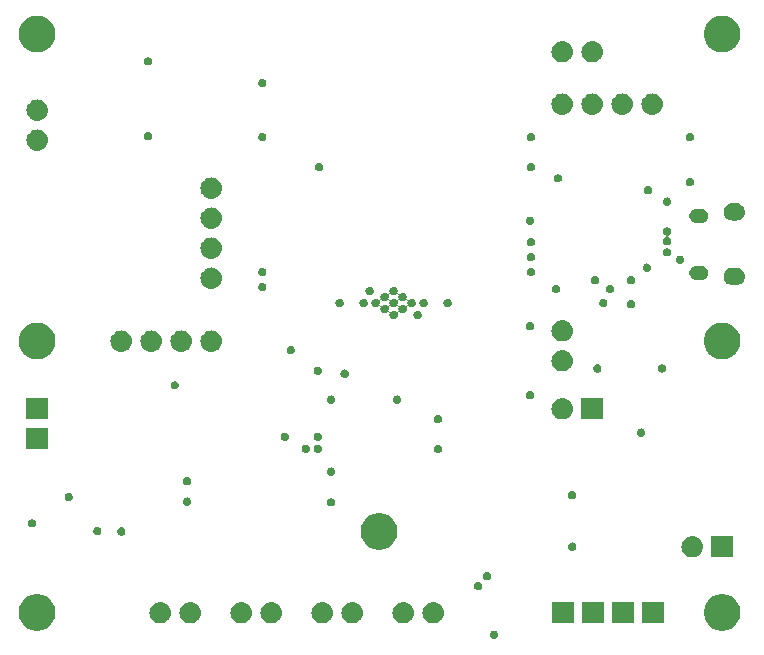
<source format=gbs>
G04 #@! TF.GenerationSoftware,KiCad,Pcbnew,5.0.1-33cea8e~68~ubuntu16.04.1*
G04 #@! TF.CreationDate,2019-01-12T14:45:55-05:00*
G04 #@! TF.ProjectId,portia,706F727469612E6B696361645F706362,rev?*
G04 #@! TF.SameCoordinates,Original*
G04 #@! TF.FileFunction,Soldermask,Bot*
G04 #@! TF.FilePolarity,Negative*
%FSLAX46Y46*%
G04 Gerber Fmt 4.6, Leading zero omitted, Abs format (unit mm)*
G04 Created by KiCad (PCBNEW 5.0.1-33cea8e~68~ubuntu16.04.1) date Sat 12 Jan 2019 14:45:55 EST*
%MOMM*%
%LPD*%
G01*
G04 APERTURE LIST*
%ADD10C,0.100000*%
G04 APERTURE END LIST*
D10*
G36*
X198796383Y-131806489D02*
X198860261Y-131832948D01*
X198917750Y-131871361D01*
X198966639Y-131920250D01*
X199005052Y-131977739D01*
X199031511Y-132041617D01*
X199045000Y-132109430D01*
X199045000Y-132178570D01*
X199031511Y-132246383D01*
X199005052Y-132310261D01*
X198966639Y-132367750D01*
X198917750Y-132416639D01*
X198860261Y-132455052D01*
X198796383Y-132481511D01*
X198728570Y-132495000D01*
X198659430Y-132495000D01*
X198591617Y-132481511D01*
X198527739Y-132455052D01*
X198470250Y-132416639D01*
X198421361Y-132367750D01*
X198382948Y-132310261D01*
X198356489Y-132246383D01*
X198343000Y-132178570D01*
X198343000Y-132109430D01*
X198356489Y-132041617D01*
X198382948Y-131977739D01*
X198421361Y-131920250D01*
X198470250Y-131871361D01*
X198527739Y-131832948D01*
X198591617Y-131806489D01*
X198659430Y-131793000D01*
X198728570Y-131793000D01*
X198796383Y-131806489D01*
X198796383Y-131806489D01*
G37*
G36*
X218372527Y-128768736D02*
X218472410Y-128788604D01*
X218754674Y-128905521D01*
X219008705Y-129075259D01*
X219224741Y-129291295D01*
X219394479Y-129545326D01*
X219511396Y-129827590D01*
X219571000Y-130127240D01*
X219571000Y-130432760D01*
X219511396Y-130732410D01*
X219394479Y-131014674D01*
X219224741Y-131268705D01*
X219008705Y-131484741D01*
X218754674Y-131654479D01*
X218472410Y-131771396D01*
X218372527Y-131791264D01*
X218172762Y-131831000D01*
X217867238Y-131831000D01*
X217667473Y-131791264D01*
X217567590Y-131771396D01*
X217285326Y-131654479D01*
X217031295Y-131484741D01*
X216815259Y-131268705D01*
X216645521Y-131014674D01*
X216528604Y-130732410D01*
X216469000Y-130432760D01*
X216469000Y-130127240D01*
X216528604Y-129827590D01*
X216645521Y-129545326D01*
X216815259Y-129291295D01*
X217031295Y-129075259D01*
X217285326Y-128905521D01*
X217567590Y-128788604D01*
X217667473Y-128768736D01*
X217867238Y-128729000D01*
X218172762Y-128729000D01*
X218372527Y-128768736D01*
X218372527Y-128768736D01*
G37*
G36*
X160372527Y-128768736D02*
X160472410Y-128788604D01*
X160754674Y-128905521D01*
X161008705Y-129075259D01*
X161224741Y-129291295D01*
X161394479Y-129545326D01*
X161511396Y-129827590D01*
X161571000Y-130127240D01*
X161571000Y-130432760D01*
X161511396Y-130732410D01*
X161394479Y-131014674D01*
X161224741Y-131268705D01*
X161008705Y-131484741D01*
X160754674Y-131654479D01*
X160472410Y-131771396D01*
X160372527Y-131791264D01*
X160172762Y-131831000D01*
X159867238Y-131831000D01*
X159667473Y-131791264D01*
X159567590Y-131771396D01*
X159285326Y-131654479D01*
X159031295Y-131484741D01*
X158815259Y-131268705D01*
X158645521Y-131014674D01*
X158528604Y-130732410D01*
X158469000Y-130432760D01*
X158469000Y-130127240D01*
X158528604Y-129827590D01*
X158645521Y-129545326D01*
X158815259Y-129291295D01*
X159031295Y-129075259D01*
X159285326Y-128905521D01*
X159567590Y-128788604D01*
X159667473Y-128768736D01*
X159867238Y-128729000D01*
X160172762Y-128729000D01*
X160372527Y-128768736D01*
X160372527Y-128768736D01*
G37*
G36*
X177402443Y-129385519D02*
X177468627Y-129392037D01*
X177581853Y-129426384D01*
X177638467Y-129443557D01*
X177777087Y-129517652D01*
X177794991Y-129527222D01*
X177817053Y-129545328D01*
X177932186Y-129639814D01*
X178015448Y-129741271D01*
X178044778Y-129777009D01*
X178044779Y-129777011D01*
X178128443Y-129933533D01*
X178128443Y-129933534D01*
X178179963Y-130103373D01*
X178197359Y-130280000D01*
X178179963Y-130456627D01*
X178145616Y-130569853D01*
X178128443Y-130626467D01*
X178071815Y-130732409D01*
X178044778Y-130782991D01*
X178015448Y-130818729D01*
X177932186Y-130920186D01*
X177830729Y-131003448D01*
X177794991Y-131032778D01*
X177794989Y-131032779D01*
X177638467Y-131116443D01*
X177581853Y-131133616D01*
X177468627Y-131167963D01*
X177402442Y-131174482D01*
X177336260Y-131181000D01*
X177247740Y-131181000D01*
X177181558Y-131174482D01*
X177115373Y-131167963D01*
X177002147Y-131133616D01*
X176945533Y-131116443D01*
X176789011Y-131032779D01*
X176789009Y-131032778D01*
X176753271Y-131003448D01*
X176651814Y-130920186D01*
X176568552Y-130818729D01*
X176539222Y-130782991D01*
X176512185Y-130732409D01*
X176455557Y-130626467D01*
X176438384Y-130569853D01*
X176404037Y-130456627D01*
X176386641Y-130280000D01*
X176404037Y-130103373D01*
X176455557Y-129933534D01*
X176455557Y-129933533D01*
X176539221Y-129777011D01*
X176539222Y-129777009D01*
X176568552Y-129741271D01*
X176651814Y-129639814D01*
X176766947Y-129545328D01*
X176789009Y-129527222D01*
X176806913Y-129517652D01*
X176945533Y-129443557D01*
X177002147Y-129426384D01*
X177115373Y-129392037D01*
X177181557Y-129385519D01*
X177247740Y-129379000D01*
X177336260Y-129379000D01*
X177402443Y-129385519D01*
X177402443Y-129385519D01*
G37*
G36*
X193658443Y-129385519D02*
X193724627Y-129392037D01*
X193837853Y-129426384D01*
X193894467Y-129443557D01*
X194033087Y-129517652D01*
X194050991Y-129527222D01*
X194073053Y-129545328D01*
X194188186Y-129639814D01*
X194271448Y-129741271D01*
X194300778Y-129777009D01*
X194300779Y-129777011D01*
X194384443Y-129933533D01*
X194384443Y-129933534D01*
X194435963Y-130103373D01*
X194453359Y-130280000D01*
X194435963Y-130456627D01*
X194401616Y-130569853D01*
X194384443Y-130626467D01*
X194327815Y-130732409D01*
X194300778Y-130782991D01*
X194271448Y-130818729D01*
X194188186Y-130920186D01*
X194086729Y-131003448D01*
X194050991Y-131032778D01*
X194050989Y-131032779D01*
X193894467Y-131116443D01*
X193837853Y-131133616D01*
X193724627Y-131167963D01*
X193658442Y-131174482D01*
X193592260Y-131181000D01*
X193503740Y-131181000D01*
X193437558Y-131174482D01*
X193371373Y-131167963D01*
X193258147Y-131133616D01*
X193201533Y-131116443D01*
X193045011Y-131032779D01*
X193045009Y-131032778D01*
X193009271Y-131003448D01*
X192907814Y-130920186D01*
X192824552Y-130818729D01*
X192795222Y-130782991D01*
X192768185Y-130732409D01*
X192711557Y-130626467D01*
X192694384Y-130569853D01*
X192660037Y-130456627D01*
X192642641Y-130280000D01*
X192660037Y-130103373D01*
X192711557Y-129933534D01*
X192711557Y-129933533D01*
X192795221Y-129777011D01*
X192795222Y-129777009D01*
X192824552Y-129741271D01*
X192907814Y-129639814D01*
X193022947Y-129545328D01*
X193045009Y-129527222D01*
X193062913Y-129517652D01*
X193201533Y-129443557D01*
X193258147Y-129426384D01*
X193371373Y-129392037D01*
X193437557Y-129385519D01*
X193503740Y-129379000D01*
X193592260Y-129379000D01*
X193658443Y-129385519D01*
X193658443Y-129385519D01*
G37*
G36*
X191118443Y-129385519D02*
X191184627Y-129392037D01*
X191297853Y-129426384D01*
X191354467Y-129443557D01*
X191493087Y-129517652D01*
X191510991Y-129527222D01*
X191533053Y-129545328D01*
X191648186Y-129639814D01*
X191731448Y-129741271D01*
X191760778Y-129777009D01*
X191760779Y-129777011D01*
X191844443Y-129933533D01*
X191844443Y-129933534D01*
X191895963Y-130103373D01*
X191913359Y-130280000D01*
X191895963Y-130456627D01*
X191861616Y-130569853D01*
X191844443Y-130626467D01*
X191787815Y-130732409D01*
X191760778Y-130782991D01*
X191731448Y-130818729D01*
X191648186Y-130920186D01*
X191546729Y-131003448D01*
X191510991Y-131032778D01*
X191510989Y-131032779D01*
X191354467Y-131116443D01*
X191297853Y-131133616D01*
X191184627Y-131167963D01*
X191118442Y-131174482D01*
X191052260Y-131181000D01*
X190963740Y-131181000D01*
X190897558Y-131174482D01*
X190831373Y-131167963D01*
X190718147Y-131133616D01*
X190661533Y-131116443D01*
X190505011Y-131032779D01*
X190505009Y-131032778D01*
X190469271Y-131003448D01*
X190367814Y-130920186D01*
X190284552Y-130818729D01*
X190255222Y-130782991D01*
X190228185Y-130732409D01*
X190171557Y-130626467D01*
X190154384Y-130569853D01*
X190120037Y-130456627D01*
X190102641Y-130280000D01*
X190120037Y-130103373D01*
X190171557Y-129933534D01*
X190171557Y-129933533D01*
X190255221Y-129777011D01*
X190255222Y-129777009D01*
X190284552Y-129741271D01*
X190367814Y-129639814D01*
X190482947Y-129545328D01*
X190505009Y-129527222D01*
X190522913Y-129517652D01*
X190661533Y-129443557D01*
X190718147Y-129426384D01*
X190831373Y-129392037D01*
X190897557Y-129385519D01*
X190963740Y-129379000D01*
X191052260Y-129379000D01*
X191118443Y-129385519D01*
X191118443Y-129385519D01*
G37*
G36*
X179942443Y-129385519D02*
X180008627Y-129392037D01*
X180121853Y-129426384D01*
X180178467Y-129443557D01*
X180317087Y-129517652D01*
X180334991Y-129527222D01*
X180357053Y-129545328D01*
X180472186Y-129639814D01*
X180555448Y-129741271D01*
X180584778Y-129777009D01*
X180584779Y-129777011D01*
X180668443Y-129933533D01*
X180668443Y-129933534D01*
X180719963Y-130103373D01*
X180737359Y-130280000D01*
X180719963Y-130456627D01*
X180685616Y-130569853D01*
X180668443Y-130626467D01*
X180611815Y-130732409D01*
X180584778Y-130782991D01*
X180555448Y-130818729D01*
X180472186Y-130920186D01*
X180370729Y-131003448D01*
X180334991Y-131032778D01*
X180334989Y-131032779D01*
X180178467Y-131116443D01*
X180121853Y-131133616D01*
X180008627Y-131167963D01*
X179942442Y-131174482D01*
X179876260Y-131181000D01*
X179787740Y-131181000D01*
X179721558Y-131174482D01*
X179655373Y-131167963D01*
X179542147Y-131133616D01*
X179485533Y-131116443D01*
X179329011Y-131032779D01*
X179329009Y-131032778D01*
X179293271Y-131003448D01*
X179191814Y-130920186D01*
X179108552Y-130818729D01*
X179079222Y-130782991D01*
X179052185Y-130732409D01*
X178995557Y-130626467D01*
X178978384Y-130569853D01*
X178944037Y-130456627D01*
X178926641Y-130280000D01*
X178944037Y-130103373D01*
X178995557Y-129933534D01*
X178995557Y-129933533D01*
X179079221Y-129777011D01*
X179079222Y-129777009D01*
X179108552Y-129741271D01*
X179191814Y-129639814D01*
X179306947Y-129545328D01*
X179329009Y-129527222D01*
X179346913Y-129517652D01*
X179485533Y-129443557D01*
X179542147Y-129426384D01*
X179655373Y-129392037D01*
X179721557Y-129385519D01*
X179787740Y-129379000D01*
X179876260Y-129379000D01*
X179942443Y-129385519D01*
X179942443Y-129385519D01*
G37*
G36*
X173084443Y-129385519D02*
X173150627Y-129392037D01*
X173263853Y-129426384D01*
X173320467Y-129443557D01*
X173459087Y-129517652D01*
X173476991Y-129527222D01*
X173499053Y-129545328D01*
X173614186Y-129639814D01*
X173697448Y-129741271D01*
X173726778Y-129777009D01*
X173726779Y-129777011D01*
X173810443Y-129933533D01*
X173810443Y-129933534D01*
X173861963Y-130103373D01*
X173879359Y-130280000D01*
X173861963Y-130456627D01*
X173827616Y-130569853D01*
X173810443Y-130626467D01*
X173753815Y-130732409D01*
X173726778Y-130782991D01*
X173697448Y-130818729D01*
X173614186Y-130920186D01*
X173512729Y-131003448D01*
X173476991Y-131032778D01*
X173476989Y-131032779D01*
X173320467Y-131116443D01*
X173263853Y-131133616D01*
X173150627Y-131167963D01*
X173084442Y-131174482D01*
X173018260Y-131181000D01*
X172929740Y-131181000D01*
X172863558Y-131174482D01*
X172797373Y-131167963D01*
X172684147Y-131133616D01*
X172627533Y-131116443D01*
X172471011Y-131032779D01*
X172471009Y-131032778D01*
X172435271Y-131003448D01*
X172333814Y-130920186D01*
X172250552Y-130818729D01*
X172221222Y-130782991D01*
X172194185Y-130732409D01*
X172137557Y-130626467D01*
X172120384Y-130569853D01*
X172086037Y-130456627D01*
X172068641Y-130280000D01*
X172086037Y-130103373D01*
X172137557Y-129933534D01*
X172137557Y-129933533D01*
X172221221Y-129777011D01*
X172221222Y-129777009D01*
X172250552Y-129741271D01*
X172333814Y-129639814D01*
X172448947Y-129545328D01*
X172471009Y-129527222D01*
X172488913Y-129517652D01*
X172627533Y-129443557D01*
X172684147Y-129426384D01*
X172797373Y-129392037D01*
X172863557Y-129385519D01*
X172929740Y-129379000D01*
X173018260Y-129379000D01*
X173084443Y-129385519D01*
X173084443Y-129385519D01*
G37*
G36*
X170544443Y-129385519D02*
X170610627Y-129392037D01*
X170723853Y-129426384D01*
X170780467Y-129443557D01*
X170919087Y-129517652D01*
X170936991Y-129527222D01*
X170959053Y-129545328D01*
X171074186Y-129639814D01*
X171157448Y-129741271D01*
X171186778Y-129777009D01*
X171186779Y-129777011D01*
X171270443Y-129933533D01*
X171270443Y-129933534D01*
X171321963Y-130103373D01*
X171339359Y-130280000D01*
X171321963Y-130456627D01*
X171287616Y-130569853D01*
X171270443Y-130626467D01*
X171213815Y-130732409D01*
X171186778Y-130782991D01*
X171157448Y-130818729D01*
X171074186Y-130920186D01*
X170972729Y-131003448D01*
X170936991Y-131032778D01*
X170936989Y-131032779D01*
X170780467Y-131116443D01*
X170723853Y-131133616D01*
X170610627Y-131167963D01*
X170544442Y-131174482D01*
X170478260Y-131181000D01*
X170389740Y-131181000D01*
X170323558Y-131174482D01*
X170257373Y-131167963D01*
X170144147Y-131133616D01*
X170087533Y-131116443D01*
X169931011Y-131032779D01*
X169931009Y-131032778D01*
X169895271Y-131003448D01*
X169793814Y-130920186D01*
X169710552Y-130818729D01*
X169681222Y-130782991D01*
X169654185Y-130732409D01*
X169597557Y-130626467D01*
X169580384Y-130569853D01*
X169546037Y-130456627D01*
X169528641Y-130280000D01*
X169546037Y-130103373D01*
X169597557Y-129933534D01*
X169597557Y-129933533D01*
X169681221Y-129777011D01*
X169681222Y-129777009D01*
X169710552Y-129741271D01*
X169793814Y-129639814D01*
X169908947Y-129545328D01*
X169931009Y-129527222D01*
X169948913Y-129517652D01*
X170087533Y-129443557D01*
X170144147Y-129426384D01*
X170257373Y-129392037D01*
X170323557Y-129385519D01*
X170389740Y-129379000D01*
X170478260Y-129379000D01*
X170544443Y-129385519D01*
X170544443Y-129385519D01*
G37*
G36*
X186800443Y-129385519D02*
X186866627Y-129392037D01*
X186979853Y-129426384D01*
X187036467Y-129443557D01*
X187175087Y-129517652D01*
X187192991Y-129527222D01*
X187215053Y-129545328D01*
X187330186Y-129639814D01*
X187413448Y-129741271D01*
X187442778Y-129777009D01*
X187442779Y-129777011D01*
X187526443Y-129933533D01*
X187526443Y-129933534D01*
X187577963Y-130103373D01*
X187595359Y-130280000D01*
X187577963Y-130456627D01*
X187543616Y-130569853D01*
X187526443Y-130626467D01*
X187469815Y-130732409D01*
X187442778Y-130782991D01*
X187413448Y-130818729D01*
X187330186Y-130920186D01*
X187228729Y-131003448D01*
X187192991Y-131032778D01*
X187192989Y-131032779D01*
X187036467Y-131116443D01*
X186979853Y-131133616D01*
X186866627Y-131167963D01*
X186800442Y-131174482D01*
X186734260Y-131181000D01*
X186645740Y-131181000D01*
X186579558Y-131174482D01*
X186513373Y-131167963D01*
X186400147Y-131133616D01*
X186343533Y-131116443D01*
X186187011Y-131032779D01*
X186187009Y-131032778D01*
X186151271Y-131003448D01*
X186049814Y-130920186D01*
X185966552Y-130818729D01*
X185937222Y-130782991D01*
X185910185Y-130732409D01*
X185853557Y-130626467D01*
X185836384Y-130569853D01*
X185802037Y-130456627D01*
X185784641Y-130280000D01*
X185802037Y-130103373D01*
X185853557Y-129933534D01*
X185853557Y-129933533D01*
X185937221Y-129777011D01*
X185937222Y-129777009D01*
X185966552Y-129741271D01*
X186049814Y-129639814D01*
X186164947Y-129545328D01*
X186187009Y-129527222D01*
X186204913Y-129517652D01*
X186343533Y-129443557D01*
X186400147Y-129426384D01*
X186513373Y-129392037D01*
X186579557Y-129385519D01*
X186645740Y-129379000D01*
X186734260Y-129379000D01*
X186800443Y-129385519D01*
X186800443Y-129385519D01*
G37*
G36*
X184260443Y-129385519D02*
X184326627Y-129392037D01*
X184439853Y-129426384D01*
X184496467Y-129443557D01*
X184635087Y-129517652D01*
X184652991Y-129527222D01*
X184675053Y-129545328D01*
X184790186Y-129639814D01*
X184873448Y-129741271D01*
X184902778Y-129777009D01*
X184902779Y-129777011D01*
X184986443Y-129933533D01*
X184986443Y-129933534D01*
X185037963Y-130103373D01*
X185055359Y-130280000D01*
X185037963Y-130456627D01*
X185003616Y-130569853D01*
X184986443Y-130626467D01*
X184929815Y-130732409D01*
X184902778Y-130782991D01*
X184873448Y-130818729D01*
X184790186Y-130920186D01*
X184688729Y-131003448D01*
X184652991Y-131032778D01*
X184652989Y-131032779D01*
X184496467Y-131116443D01*
X184439853Y-131133616D01*
X184326627Y-131167963D01*
X184260442Y-131174482D01*
X184194260Y-131181000D01*
X184105740Y-131181000D01*
X184039558Y-131174482D01*
X183973373Y-131167963D01*
X183860147Y-131133616D01*
X183803533Y-131116443D01*
X183647011Y-131032779D01*
X183647009Y-131032778D01*
X183611271Y-131003448D01*
X183509814Y-130920186D01*
X183426552Y-130818729D01*
X183397222Y-130782991D01*
X183370185Y-130732409D01*
X183313557Y-130626467D01*
X183296384Y-130569853D01*
X183262037Y-130456627D01*
X183244641Y-130280000D01*
X183262037Y-130103373D01*
X183313557Y-129933534D01*
X183313557Y-129933533D01*
X183397221Y-129777011D01*
X183397222Y-129777009D01*
X183426552Y-129741271D01*
X183509814Y-129639814D01*
X183624947Y-129545328D01*
X183647009Y-129527222D01*
X183664913Y-129517652D01*
X183803533Y-129443557D01*
X183860147Y-129426384D01*
X183973373Y-129392037D01*
X184039557Y-129385519D01*
X184105740Y-129379000D01*
X184194260Y-129379000D01*
X184260443Y-129385519D01*
X184260443Y-129385519D01*
G37*
G36*
X213079000Y-131181000D02*
X211277000Y-131181000D01*
X211277000Y-129379000D01*
X213079000Y-129379000D01*
X213079000Y-131181000D01*
X213079000Y-131181000D01*
G37*
G36*
X210539000Y-131181000D02*
X208737000Y-131181000D01*
X208737000Y-129379000D01*
X210539000Y-129379000D01*
X210539000Y-131181000D01*
X210539000Y-131181000D01*
G37*
G36*
X205459000Y-131181000D02*
X203657000Y-131181000D01*
X203657000Y-129379000D01*
X205459000Y-129379000D01*
X205459000Y-131181000D01*
X205459000Y-131181000D01*
G37*
G36*
X207999000Y-131181000D02*
X206197000Y-131181000D01*
X206197000Y-129379000D01*
X207999000Y-129379000D01*
X207999000Y-131181000D01*
X207999000Y-131181000D01*
G37*
G36*
X197464383Y-127678489D02*
X197528261Y-127704948D01*
X197585750Y-127743361D01*
X197634639Y-127792250D01*
X197673052Y-127849739D01*
X197699511Y-127913617D01*
X197713000Y-127981430D01*
X197713000Y-128050570D01*
X197699511Y-128118383D01*
X197673052Y-128182261D01*
X197634639Y-128239750D01*
X197585750Y-128288639D01*
X197528261Y-128327052D01*
X197464383Y-128353511D01*
X197396570Y-128367000D01*
X197327430Y-128367000D01*
X197259617Y-128353511D01*
X197195739Y-128327052D01*
X197138250Y-128288639D01*
X197089361Y-128239750D01*
X197050948Y-128182261D01*
X197024489Y-128118383D01*
X197011000Y-128050570D01*
X197011000Y-127981430D01*
X197024489Y-127913617D01*
X197050948Y-127849739D01*
X197089361Y-127792250D01*
X197138250Y-127743361D01*
X197195739Y-127704948D01*
X197259617Y-127678489D01*
X197327430Y-127665000D01*
X197396570Y-127665000D01*
X197464383Y-127678489D01*
X197464383Y-127678489D01*
G37*
G36*
X198212223Y-126842329D02*
X198276101Y-126868788D01*
X198333590Y-126907201D01*
X198382479Y-126956090D01*
X198420892Y-127013579D01*
X198447351Y-127077457D01*
X198460840Y-127145270D01*
X198460840Y-127214410D01*
X198447351Y-127282223D01*
X198420892Y-127346101D01*
X198382479Y-127403590D01*
X198333590Y-127452479D01*
X198276101Y-127490892D01*
X198212223Y-127517351D01*
X198144410Y-127530840D01*
X198075270Y-127530840D01*
X198007457Y-127517351D01*
X197943579Y-127490892D01*
X197886090Y-127452479D01*
X197837201Y-127403590D01*
X197798788Y-127346101D01*
X197772329Y-127282223D01*
X197758840Y-127214410D01*
X197758840Y-127145270D01*
X197772329Y-127077457D01*
X197798788Y-127013579D01*
X197837201Y-126956090D01*
X197886090Y-126907201D01*
X197943579Y-126868788D01*
X198007457Y-126842329D01*
X198075270Y-126828840D01*
X198144410Y-126828840D01*
X198212223Y-126842329D01*
X198212223Y-126842329D01*
G37*
G36*
X218921000Y-125593000D02*
X217119000Y-125593000D01*
X217119000Y-123791000D01*
X218921000Y-123791000D01*
X218921000Y-125593000D01*
X218921000Y-125593000D01*
G37*
G36*
X215590443Y-123797519D02*
X215656627Y-123804037D01*
X215769853Y-123838384D01*
X215826467Y-123855557D01*
X215965087Y-123929652D01*
X215982991Y-123939222D01*
X216018729Y-123968552D01*
X216120186Y-124051814D01*
X216203448Y-124153271D01*
X216232778Y-124189009D01*
X216232779Y-124189011D01*
X216316443Y-124345533D01*
X216327186Y-124380948D01*
X216367963Y-124515373D01*
X216385359Y-124692000D01*
X216367963Y-124868627D01*
X216353668Y-124915750D01*
X216316443Y-125038467D01*
X216314020Y-125043000D01*
X216232778Y-125194991D01*
X216203448Y-125230729D01*
X216120186Y-125332186D01*
X216018729Y-125415448D01*
X215982991Y-125444778D01*
X215982989Y-125444779D01*
X215826467Y-125528443D01*
X215769853Y-125545616D01*
X215656627Y-125579963D01*
X215590443Y-125586481D01*
X215524260Y-125593000D01*
X215435740Y-125593000D01*
X215369557Y-125586481D01*
X215303373Y-125579963D01*
X215190147Y-125545616D01*
X215133533Y-125528443D01*
X214977011Y-125444779D01*
X214977009Y-125444778D01*
X214941271Y-125415448D01*
X214839814Y-125332186D01*
X214756552Y-125230729D01*
X214727222Y-125194991D01*
X214645980Y-125043000D01*
X214643557Y-125038467D01*
X214606332Y-124915750D01*
X214592037Y-124868627D01*
X214574641Y-124692000D01*
X214592037Y-124515373D01*
X214632814Y-124380948D01*
X214643557Y-124345533D01*
X214727221Y-124189011D01*
X214727222Y-124189009D01*
X214756552Y-124153271D01*
X214839814Y-124051814D01*
X214941271Y-123968552D01*
X214977009Y-123939222D01*
X214994913Y-123929652D01*
X215133533Y-123855557D01*
X215190147Y-123838384D01*
X215303373Y-123804037D01*
X215369557Y-123797519D01*
X215435740Y-123791000D01*
X215524260Y-123791000D01*
X215590443Y-123797519D01*
X215590443Y-123797519D01*
G37*
G36*
X205440383Y-124354489D02*
X205504261Y-124380948D01*
X205561750Y-124419361D01*
X205610639Y-124468250D01*
X205649052Y-124525739D01*
X205675511Y-124589617D01*
X205689000Y-124657430D01*
X205689000Y-124726570D01*
X205675511Y-124794383D01*
X205649052Y-124858261D01*
X205610639Y-124915750D01*
X205561750Y-124964639D01*
X205504261Y-125003052D01*
X205440383Y-125029511D01*
X205372570Y-125043000D01*
X205303430Y-125043000D01*
X205235617Y-125029511D01*
X205171739Y-125003052D01*
X205114250Y-124964639D01*
X205065361Y-124915750D01*
X205026948Y-124858261D01*
X205000489Y-124794383D01*
X204987000Y-124726570D01*
X204987000Y-124657430D01*
X205000489Y-124589617D01*
X205026948Y-124525739D01*
X205065361Y-124468250D01*
X205114250Y-124419361D01*
X205171739Y-124380948D01*
X205235617Y-124354489D01*
X205303430Y-124341000D01*
X205372570Y-124341000D01*
X205440383Y-124354489D01*
X205440383Y-124354489D01*
G37*
G36*
X189328527Y-121910736D02*
X189428410Y-121930604D01*
X189710674Y-122047521D01*
X189964705Y-122217259D01*
X190180741Y-122433295D01*
X190350479Y-122687326D01*
X190467396Y-122969590D01*
X190484574Y-123055948D01*
X190527000Y-123269238D01*
X190527000Y-123574762D01*
X190514095Y-123639639D01*
X190467396Y-123874410D01*
X190350479Y-124156674D01*
X190180741Y-124410705D01*
X189964705Y-124626741D01*
X189710674Y-124796479D01*
X189428410Y-124913396D01*
X189328527Y-124933264D01*
X189128762Y-124973000D01*
X188823238Y-124973000D01*
X188623473Y-124933264D01*
X188523590Y-124913396D01*
X188241326Y-124796479D01*
X187987295Y-124626741D01*
X187771259Y-124410705D01*
X187601521Y-124156674D01*
X187484604Y-123874410D01*
X187437905Y-123639639D01*
X187425000Y-123574762D01*
X187425000Y-123269238D01*
X187467426Y-123055948D01*
X187484604Y-122969590D01*
X187601521Y-122687326D01*
X187771259Y-122433295D01*
X187987295Y-122217259D01*
X188241326Y-122047521D01*
X188523590Y-121930604D01*
X188623473Y-121910736D01*
X188823238Y-121871000D01*
X189128762Y-121871000D01*
X189328527Y-121910736D01*
X189328527Y-121910736D01*
G37*
G36*
X167255383Y-123063489D02*
X167319261Y-123089948D01*
X167376750Y-123128361D01*
X167425639Y-123177250D01*
X167464052Y-123234739D01*
X167490511Y-123298617D01*
X167504000Y-123366430D01*
X167504000Y-123435570D01*
X167490511Y-123503383D01*
X167464052Y-123567261D01*
X167425639Y-123624750D01*
X167376750Y-123673639D01*
X167370145Y-123678052D01*
X167319261Y-123712052D01*
X167255383Y-123738511D01*
X167187570Y-123752000D01*
X167118430Y-123752000D01*
X167050617Y-123738511D01*
X166986739Y-123712052D01*
X166935855Y-123678052D01*
X166929250Y-123673639D01*
X166880361Y-123624750D01*
X166841948Y-123567261D01*
X166815489Y-123503383D01*
X166802000Y-123435570D01*
X166802000Y-123366430D01*
X166815489Y-123298617D01*
X166841948Y-123234739D01*
X166880361Y-123177250D01*
X166929250Y-123128361D01*
X166986739Y-123089948D01*
X167050617Y-123063489D01*
X167118430Y-123050000D01*
X167187570Y-123050000D01*
X167255383Y-123063489D01*
X167255383Y-123063489D01*
G37*
G36*
X165223383Y-123029489D02*
X165287261Y-123055948D01*
X165344750Y-123094361D01*
X165393639Y-123143250D01*
X165432052Y-123200739D01*
X165458511Y-123264617D01*
X165472000Y-123332430D01*
X165472000Y-123401570D01*
X165458511Y-123469383D01*
X165432052Y-123533261D01*
X165393639Y-123590750D01*
X165344750Y-123639639D01*
X165287261Y-123678052D01*
X165223383Y-123704511D01*
X165155570Y-123718000D01*
X165086430Y-123718000D01*
X165018617Y-123704511D01*
X164954739Y-123678052D01*
X164897250Y-123639639D01*
X164848361Y-123590750D01*
X164809948Y-123533261D01*
X164783489Y-123469383D01*
X164770000Y-123401570D01*
X164770000Y-123332430D01*
X164783489Y-123264617D01*
X164809948Y-123200739D01*
X164848361Y-123143250D01*
X164897250Y-123094361D01*
X164954739Y-123055948D01*
X165018617Y-123029489D01*
X165086430Y-123016000D01*
X165155570Y-123016000D01*
X165223383Y-123029489D01*
X165223383Y-123029489D01*
G37*
G36*
X159678563Y-122382669D02*
X159742441Y-122409128D01*
X159799930Y-122447541D01*
X159848819Y-122496430D01*
X159887232Y-122553919D01*
X159913691Y-122617797D01*
X159927180Y-122685610D01*
X159927180Y-122754750D01*
X159913691Y-122822563D01*
X159887232Y-122886441D01*
X159848819Y-122943930D01*
X159799930Y-122992819D01*
X159742441Y-123031232D01*
X159678563Y-123057691D01*
X159610750Y-123071180D01*
X159541610Y-123071180D01*
X159473797Y-123057691D01*
X159409919Y-123031232D01*
X159352430Y-122992819D01*
X159303541Y-122943930D01*
X159265128Y-122886441D01*
X159238669Y-122822563D01*
X159225180Y-122754750D01*
X159225180Y-122685610D01*
X159238669Y-122617797D01*
X159265128Y-122553919D01*
X159303541Y-122496430D01*
X159352430Y-122447541D01*
X159409919Y-122409128D01*
X159473797Y-122382669D01*
X159541610Y-122369180D01*
X159610750Y-122369180D01*
X159678563Y-122382669D01*
X159678563Y-122382669D01*
G37*
G36*
X185014383Y-120591989D02*
X185078261Y-120618448D01*
X185135750Y-120656861D01*
X185184639Y-120705750D01*
X185223052Y-120763239D01*
X185249511Y-120827117D01*
X185263000Y-120894930D01*
X185263000Y-120964070D01*
X185249511Y-121031883D01*
X185223052Y-121095761D01*
X185184639Y-121153250D01*
X185135750Y-121202139D01*
X185089563Y-121233000D01*
X185078261Y-121240552D01*
X185014383Y-121267011D01*
X184946570Y-121280500D01*
X184877430Y-121280500D01*
X184809617Y-121267011D01*
X184745739Y-121240552D01*
X184734437Y-121233000D01*
X184688250Y-121202139D01*
X184639361Y-121153250D01*
X184600948Y-121095761D01*
X184574489Y-121031883D01*
X184561000Y-120964070D01*
X184561000Y-120894930D01*
X184574489Y-120827117D01*
X184600948Y-120763239D01*
X184639361Y-120705750D01*
X184688250Y-120656861D01*
X184745739Y-120618448D01*
X184809617Y-120591989D01*
X184877430Y-120578500D01*
X184946570Y-120578500D01*
X185014383Y-120591989D01*
X185014383Y-120591989D01*
G37*
G36*
X172822383Y-120544489D02*
X172886261Y-120570948D01*
X172943750Y-120609361D01*
X172992639Y-120658250D01*
X173031052Y-120715739D01*
X173057511Y-120779617D01*
X173071000Y-120847430D01*
X173071000Y-120916570D01*
X173057511Y-120984383D01*
X173031052Y-121048261D01*
X172992639Y-121105750D01*
X172943750Y-121154639D01*
X172886261Y-121193052D01*
X172822383Y-121219511D01*
X172754570Y-121233000D01*
X172685430Y-121233000D01*
X172617617Y-121219511D01*
X172553739Y-121193052D01*
X172496250Y-121154639D01*
X172447361Y-121105750D01*
X172408948Y-121048261D01*
X172382489Y-120984383D01*
X172369000Y-120916570D01*
X172369000Y-120847430D01*
X172382489Y-120779617D01*
X172408948Y-120715739D01*
X172447361Y-120658250D01*
X172496250Y-120609361D01*
X172553739Y-120570948D01*
X172617617Y-120544489D01*
X172685430Y-120531000D01*
X172754570Y-120531000D01*
X172822383Y-120544489D01*
X172822383Y-120544489D01*
G37*
G36*
X162798723Y-120152649D02*
X162862601Y-120179108D01*
X162920090Y-120217521D01*
X162968979Y-120266410D01*
X163007392Y-120323899D01*
X163033851Y-120387777D01*
X163047340Y-120455590D01*
X163047340Y-120524730D01*
X163033851Y-120592543D01*
X163007392Y-120656421D01*
X162968979Y-120713910D01*
X162920090Y-120762799D01*
X162862601Y-120801212D01*
X162798723Y-120827671D01*
X162730910Y-120841160D01*
X162661770Y-120841160D01*
X162593957Y-120827671D01*
X162530079Y-120801212D01*
X162472590Y-120762799D01*
X162423701Y-120713910D01*
X162385288Y-120656421D01*
X162358829Y-120592543D01*
X162345340Y-120524730D01*
X162345340Y-120455590D01*
X162358829Y-120387777D01*
X162385288Y-120323899D01*
X162423701Y-120266410D01*
X162472590Y-120217521D01*
X162530079Y-120179108D01*
X162593957Y-120152649D01*
X162661770Y-120139160D01*
X162730910Y-120139160D01*
X162798723Y-120152649D01*
X162798723Y-120152649D01*
G37*
G36*
X205400383Y-119996489D02*
X205464261Y-120022948D01*
X205521750Y-120061361D01*
X205570639Y-120110250D01*
X205609052Y-120167739D01*
X205635511Y-120231617D01*
X205649000Y-120299430D01*
X205649000Y-120368570D01*
X205635511Y-120436383D01*
X205609052Y-120500261D01*
X205570639Y-120557750D01*
X205521750Y-120606639D01*
X205464261Y-120645052D01*
X205400383Y-120671511D01*
X205332570Y-120685000D01*
X205263430Y-120685000D01*
X205195617Y-120671511D01*
X205131739Y-120645052D01*
X205074250Y-120606639D01*
X205025361Y-120557750D01*
X204986948Y-120500261D01*
X204960489Y-120436383D01*
X204947000Y-120368570D01*
X204947000Y-120299430D01*
X204960489Y-120231617D01*
X204986948Y-120167739D01*
X205025361Y-120110250D01*
X205074250Y-120061361D01*
X205131739Y-120022948D01*
X205195617Y-119996489D01*
X205263430Y-119983000D01*
X205332570Y-119983000D01*
X205400383Y-119996489D01*
X205400383Y-119996489D01*
G37*
G36*
X172822383Y-118788489D02*
X172886261Y-118814948D01*
X172943750Y-118853361D01*
X172992639Y-118902250D01*
X173031052Y-118959739D01*
X173057511Y-119023617D01*
X173071000Y-119091430D01*
X173071000Y-119160570D01*
X173057511Y-119228383D01*
X173031052Y-119292261D01*
X172992639Y-119349750D01*
X172943750Y-119398639D01*
X172886261Y-119437052D01*
X172822383Y-119463511D01*
X172754570Y-119477000D01*
X172685430Y-119477000D01*
X172617617Y-119463511D01*
X172553739Y-119437052D01*
X172496250Y-119398639D01*
X172447361Y-119349750D01*
X172408948Y-119292261D01*
X172382489Y-119228383D01*
X172369000Y-119160570D01*
X172369000Y-119091430D01*
X172382489Y-119023617D01*
X172408948Y-118959739D01*
X172447361Y-118902250D01*
X172496250Y-118853361D01*
X172553739Y-118814948D01*
X172617617Y-118788489D01*
X172685430Y-118775000D01*
X172754570Y-118775000D01*
X172822383Y-118788489D01*
X172822383Y-118788489D01*
G37*
G36*
X185014383Y-118004489D02*
X185078261Y-118030948D01*
X185135750Y-118069361D01*
X185184639Y-118118250D01*
X185223052Y-118175739D01*
X185249511Y-118239617D01*
X185263000Y-118307430D01*
X185263000Y-118376570D01*
X185249511Y-118444383D01*
X185223052Y-118508261D01*
X185184639Y-118565750D01*
X185135750Y-118614639D01*
X185078261Y-118653052D01*
X185014383Y-118679511D01*
X184946570Y-118693000D01*
X184877430Y-118693000D01*
X184809617Y-118679511D01*
X184745739Y-118653052D01*
X184688250Y-118614639D01*
X184639361Y-118565750D01*
X184600948Y-118508261D01*
X184574489Y-118444383D01*
X184561000Y-118376570D01*
X184561000Y-118307430D01*
X184574489Y-118239617D01*
X184600948Y-118175739D01*
X184639361Y-118118250D01*
X184688250Y-118069361D01*
X184745739Y-118030948D01*
X184809617Y-118004489D01*
X184877430Y-117991000D01*
X184946570Y-117991000D01*
X185014383Y-118004489D01*
X185014383Y-118004489D01*
G37*
G36*
X194051883Y-116078489D02*
X194115761Y-116104948D01*
X194173250Y-116143361D01*
X194222139Y-116192250D01*
X194260552Y-116249739D01*
X194287011Y-116313617D01*
X194300500Y-116381430D01*
X194300500Y-116450570D01*
X194287011Y-116518383D01*
X194260552Y-116582261D01*
X194222139Y-116639750D01*
X194173250Y-116688639D01*
X194141203Y-116710052D01*
X194115761Y-116727052D01*
X194051883Y-116753511D01*
X193984070Y-116767000D01*
X193914930Y-116767000D01*
X193847117Y-116753511D01*
X193783239Y-116727052D01*
X193757797Y-116710052D01*
X193725750Y-116688639D01*
X193676861Y-116639750D01*
X193638448Y-116582261D01*
X193611989Y-116518383D01*
X193598500Y-116450570D01*
X193598500Y-116381430D01*
X193611989Y-116313617D01*
X193638448Y-116249739D01*
X193676861Y-116192250D01*
X193725750Y-116143361D01*
X193783239Y-116104948D01*
X193847117Y-116078489D01*
X193914930Y-116065000D01*
X193984070Y-116065000D01*
X194051883Y-116078489D01*
X194051883Y-116078489D01*
G37*
G36*
X182859383Y-116061489D02*
X182923261Y-116087948D01*
X182980750Y-116126361D01*
X183029639Y-116175250D01*
X183068052Y-116232739D01*
X183094511Y-116296617D01*
X183108000Y-116364430D01*
X183108000Y-116433570D01*
X183094511Y-116501383D01*
X183068052Y-116565261D01*
X183029639Y-116622750D01*
X182980750Y-116671639D01*
X182923261Y-116710052D01*
X182859383Y-116736511D01*
X182791570Y-116750000D01*
X182722430Y-116750000D01*
X182654617Y-116736511D01*
X182590739Y-116710052D01*
X182533250Y-116671639D01*
X182484361Y-116622750D01*
X182445948Y-116565261D01*
X182419489Y-116501383D01*
X182406000Y-116433570D01*
X182406000Y-116364430D01*
X182419489Y-116296617D01*
X182445948Y-116232739D01*
X182484361Y-116175250D01*
X182533250Y-116126361D01*
X182590739Y-116087948D01*
X182654617Y-116061489D01*
X182722430Y-116048000D01*
X182791570Y-116048000D01*
X182859383Y-116061489D01*
X182859383Y-116061489D01*
G37*
G36*
X183875383Y-116061489D02*
X183939261Y-116087948D01*
X183996750Y-116126361D01*
X184045639Y-116175250D01*
X184084052Y-116232739D01*
X184110511Y-116296617D01*
X184124000Y-116364430D01*
X184124000Y-116433570D01*
X184110511Y-116501383D01*
X184084052Y-116565261D01*
X184045639Y-116622750D01*
X183996750Y-116671639D01*
X183939261Y-116710052D01*
X183875383Y-116736511D01*
X183807570Y-116750000D01*
X183738430Y-116750000D01*
X183670617Y-116736511D01*
X183606739Y-116710052D01*
X183549250Y-116671639D01*
X183500361Y-116622750D01*
X183461948Y-116565261D01*
X183435489Y-116501383D01*
X183422000Y-116433570D01*
X183422000Y-116364430D01*
X183435489Y-116296617D01*
X183461948Y-116232739D01*
X183500361Y-116175250D01*
X183549250Y-116126361D01*
X183606739Y-116087948D01*
X183670617Y-116061489D01*
X183738430Y-116048000D01*
X183807570Y-116048000D01*
X183875383Y-116061489D01*
X183875383Y-116061489D01*
G37*
G36*
X160921000Y-116449000D02*
X159119000Y-116449000D01*
X159119000Y-114647000D01*
X160921000Y-114647000D01*
X160921000Y-116449000D01*
X160921000Y-116449000D01*
G37*
G36*
X181081383Y-115045489D02*
X181145261Y-115071948D01*
X181202750Y-115110361D01*
X181251639Y-115159250D01*
X181290052Y-115216739D01*
X181316511Y-115280617D01*
X181330000Y-115348430D01*
X181330000Y-115417570D01*
X181316511Y-115485383D01*
X181290052Y-115549261D01*
X181251639Y-115606750D01*
X181202750Y-115655639D01*
X181145261Y-115694052D01*
X181081383Y-115720511D01*
X181013570Y-115734000D01*
X180944430Y-115734000D01*
X180876617Y-115720511D01*
X180812739Y-115694052D01*
X180755250Y-115655639D01*
X180706361Y-115606750D01*
X180667948Y-115549261D01*
X180641489Y-115485383D01*
X180628000Y-115417570D01*
X180628000Y-115348430D01*
X180641489Y-115280617D01*
X180667948Y-115216739D01*
X180706361Y-115159250D01*
X180755250Y-115110361D01*
X180812739Y-115071948D01*
X180876617Y-115045489D01*
X180944430Y-115032000D01*
X181013570Y-115032000D01*
X181081383Y-115045489D01*
X181081383Y-115045489D01*
G37*
G36*
X183875383Y-115045489D02*
X183939261Y-115071948D01*
X183996750Y-115110361D01*
X184045639Y-115159250D01*
X184084052Y-115216739D01*
X184110511Y-115280617D01*
X184124000Y-115348430D01*
X184124000Y-115417570D01*
X184110511Y-115485383D01*
X184084052Y-115549261D01*
X184045639Y-115606750D01*
X183996750Y-115655639D01*
X183939261Y-115694052D01*
X183875383Y-115720511D01*
X183807570Y-115734000D01*
X183738430Y-115734000D01*
X183670617Y-115720511D01*
X183606739Y-115694052D01*
X183549250Y-115655639D01*
X183500361Y-115606750D01*
X183461948Y-115549261D01*
X183435489Y-115485383D01*
X183422000Y-115417570D01*
X183422000Y-115348430D01*
X183435489Y-115280617D01*
X183461948Y-115216739D01*
X183500361Y-115159250D01*
X183549250Y-115110361D01*
X183606739Y-115071948D01*
X183670617Y-115045489D01*
X183738430Y-115032000D01*
X183807570Y-115032000D01*
X183875383Y-115045489D01*
X183875383Y-115045489D01*
G37*
G36*
X211264383Y-114702489D02*
X211328261Y-114728948D01*
X211385750Y-114767361D01*
X211434639Y-114816250D01*
X211473052Y-114873739D01*
X211499511Y-114937617D01*
X211513000Y-115005430D01*
X211513000Y-115074570D01*
X211499511Y-115142383D01*
X211473052Y-115206261D01*
X211434639Y-115263750D01*
X211385750Y-115312639D01*
X211328261Y-115351052D01*
X211264383Y-115377511D01*
X211196570Y-115391000D01*
X211127430Y-115391000D01*
X211059617Y-115377511D01*
X210995739Y-115351052D01*
X210938250Y-115312639D01*
X210889361Y-115263750D01*
X210850948Y-115206261D01*
X210824489Y-115142383D01*
X210811000Y-115074570D01*
X210811000Y-115005430D01*
X210824489Y-114937617D01*
X210850948Y-114873739D01*
X210889361Y-114816250D01*
X210938250Y-114767361D01*
X210995739Y-114728948D01*
X211059617Y-114702489D01*
X211127430Y-114689000D01*
X211196570Y-114689000D01*
X211264383Y-114702489D01*
X211264383Y-114702489D01*
G37*
G36*
X194051883Y-113538489D02*
X194115761Y-113564948D01*
X194173250Y-113603361D01*
X194222139Y-113652250D01*
X194260552Y-113709739D01*
X194287011Y-113773617D01*
X194300500Y-113841430D01*
X194300500Y-113910570D01*
X194287011Y-113978383D01*
X194260552Y-114042261D01*
X194222139Y-114099750D01*
X194173250Y-114148639D01*
X194115761Y-114187052D01*
X194051883Y-114213511D01*
X193984070Y-114227000D01*
X193914930Y-114227000D01*
X193847117Y-114213511D01*
X193783239Y-114187052D01*
X193725750Y-114148639D01*
X193676861Y-114099750D01*
X193638448Y-114042261D01*
X193611989Y-113978383D01*
X193598500Y-113910570D01*
X193598500Y-113841430D01*
X193611989Y-113773617D01*
X193638448Y-113709739D01*
X193676861Y-113652250D01*
X193725750Y-113603361D01*
X193783239Y-113564948D01*
X193847117Y-113538489D01*
X193914930Y-113525000D01*
X193984070Y-113525000D01*
X194051883Y-113538489D01*
X194051883Y-113538489D01*
G37*
G36*
X160921000Y-113909000D02*
X159119000Y-113909000D01*
X159119000Y-112107000D01*
X160921000Y-112107000D01*
X160921000Y-113909000D01*
X160921000Y-113909000D01*
G37*
G36*
X207911000Y-113909000D02*
X206109000Y-113909000D01*
X206109000Y-112107000D01*
X207911000Y-112107000D01*
X207911000Y-113909000D01*
X207911000Y-113909000D01*
G37*
G36*
X204580442Y-112113518D02*
X204646627Y-112120037D01*
X204759853Y-112154384D01*
X204816467Y-112171557D01*
X204891063Y-112211430D01*
X204972991Y-112255222D01*
X205003877Y-112280570D01*
X205110186Y-112367814D01*
X205193448Y-112469271D01*
X205222778Y-112505009D01*
X205222779Y-112505011D01*
X205306443Y-112661533D01*
X205306443Y-112661534D01*
X205357963Y-112831373D01*
X205375359Y-113008000D01*
X205357963Y-113184627D01*
X205323616Y-113297853D01*
X205306443Y-113354467D01*
X205232348Y-113493087D01*
X205222778Y-113510991D01*
X205211281Y-113525000D01*
X205110186Y-113648186D01*
X205035182Y-113709739D01*
X204972991Y-113760778D01*
X204972989Y-113760779D01*
X204816467Y-113844443D01*
X204759853Y-113861616D01*
X204646627Y-113895963D01*
X204580443Y-113902481D01*
X204514260Y-113909000D01*
X204425740Y-113909000D01*
X204359557Y-113902481D01*
X204293373Y-113895963D01*
X204180147Y-113861616D01*
X204123533Y-113844443D01*
X203967011Y-113760779D01*
X203967009Y-113760778D01*
X203904818Y-113709739D01*
X203829814Y-113648186D01*
X203728719Y-113525000D01*
X203717222Y-113510991D01*
X203707652Y-113493087D01*
X203633557Y-113354467D01*
X203616384Y-113297853D01*
X203582037Y-113184627D01*
X203564641Y-113008000D01*
X203582037Y-112831373D01*
X203633557Y-112661534D01*
X203633557Y-112661533D01*
X203717221Y-112505011D01*
X203717222Y-112505009D01*
X203746552Y-112469271D01*
X203829814Y-112367814D01*
X203936123Y-112280570D01*
X203967009Y-112255222D01*
X204048937Y-112211430D01*
X204123533Y-112171557D01*
X204180147Y-112154384D01*
X204293373Y-112120037D01*
X204359558Y-112113518D01*
X204425740Y-112107000D01*
X204514260Y-112107000D01*
X204580442Y-112113518D01*
X204580442Y-112113518D01*
G37*
G36*
X190602383Y-111908489D02*
X190666261Y-111934948D01*
X190723750Y-111973361D01*
X190772639Y-112022250D01*
X190811052Y-112079739D01*
X190837511Y-112143617D01*
X190851000Y-112211430D01*
X190851000Y-112280570D01*
X190837511Y-112348383D01*
X190811052Y-112412261D01*
X190772639Y-112469750D01*
X190723750Y-112518639D01*
X190666261Y-112557052D01*
X190602383Y-112583511D01*
X190534570Y-112597000D01*
X190465430Y-112597000D01*
X190397617Y-112583511D01*
X190333739Y-112557052D01*
X190276250Y-112518639D01*
X190227361Y-112469750D01*
X190188948Y-112412261D01*
X190162489Y-112348383D01*
X190149000Y-112280570D01*
X190149000Y-112211430D01*
X190162489Y-112143617D01*
X190188948Y-112079739D01*
X190227361Y-112022250D01*
X190276250Y-111973361D01*
X190333739Y-111934948D01*
X190397617Y-111908489D01*
X190465430Y-111895000D01*
X190534570Y-111895000D01*
X190602383Y-111908489D01*
X190602383Y-111908489D01*
G37*
G36*
X185014383Y-111908489D02*
X185078261Y-111934948D01*
X185135750Y-111973361D01*
X185184639Y-112022250D01*
X185223052Y-112079739D01*
X185249511Y-112143617D01*
X185263000Y-112211430D01*
X185263000Y-112280570D01*
X185249511Y-112348383D01*
X185223052Y-112412261D01*
X185184639Y-112469750D01*
X185135750Y-112518639D01*
X185078261Y-112557052D01*
X185014383Y-112583511D01*
X184946570Y-112597000D01*
X184877430Y-112597000D01*
X184809617Y-112583511D01*
X184745739Y-112557052D01*
X184688250Y-112518639D01*
X184639361Y-112469750D01*
X184600948Y-112412261D01*
X184574489Y-112348383D01*
X184561000Y-112280570D01*
X184561000Y-112211430D01*
X184574489Y-112143617D01*
X184600948Y-112079739D01*
X184639361Y-112022250D01*
X184688250Y-111973361D01*
X184745739Y-111934948D01*
X184809617Y-111908489D01*
X184877430Y-111895000D01*
X184946570Y-111895000D01*
X185014383Y-111908489D01*
X185014383Y-111908489D01*
G37*
G36*
X201864383Y-111506489D02*
X201928261Y-111532948D01*
X201985750Y-111571361D01*
X202034639Y-111620250D01*
X202073052Y-111677739D01*
X202099511Y-111741617D01*
X202113000Y-111809430D01*
X202113000Y-111878570D01*
X202099511Y-111946383D01*
X202073052Y-112010261D01*
X202034639Y-112067750D01*
X201985750Y-112116639D01*
X201928261Y-112155052D01*
X201864383Y-112181511D01*
X201796570Y-112195000D01*
X201727430Y-112195000D01*
X201659617Y-112181511D01*
X201595739Y-112155052D01*
X201538250Y-112116639D01*
X201489361Y-112067750D01*
X201450948Y-112010261D01*
X201424489Y-111946383D01*
X201411000Y-111878570D01*
X201411000Y-111809430D01*
X201424489Y-111741617D01*
X201450948Y-111677739D01*
X201489361Y-111620250D01*
X201538250Y-111571361D01*
X201595739Y-111532948D01*
X201659617Y-111506489D01*
X201727430Y-111493000D01*
X201796570Y-111493000D01*
X201864383Y-111506489D01*
X201864383Y-111506489D01*
G37*
G36*
X171780883Y-110689989D02*
X171844761Y-110716448D01*
X171902250Y-110754861D01*
X171951139Y-110803750D01*
X171989552Y-110861239D01*
X172016011Y-110925117D01*
X172029500Y-110992930D01*
X172029500Y-111062070D01*
X172016011Y-111129883D01*
X171989552Y-111193761D01*
X171951139Y-111251250D01*
X171902250Y-111300139D01*
X171844761Y-111338552D01*
X171780883Y-111365011D01*
X171713070Y-111378500D01*
X171643930Y-111378500D01*
X171576117Y-111365011D01*
X171512239Y-111338552D01*
X171454750Y-111300139D01*
X171405861Y-111251250D01*
X171367448Y-111193761D01*
X171340989Y-111129883D01*
X171327500Y-111062070D01*
X171327500Y-110992930D01*
X171340989Y-110925117D01*
X171367448Y-110861239D01*
X171405861Y-110803750D01*
X171454750Y-110754861D01*
X171512239Y-110716448D01*
X171576117Y-110689989D01*
X171643930Y-110676500D01*
X171713070Y-110676500D01*
X171780883Y-110689989D01*
X171780883Y-110689989D01*
G37*
G36*
X186157383Y-109707989D02*
X186221261Y-109734448D01*
X186278750Y-109772861D01*
X186327639Y-109821750D01*
X186366052Y-109879239D01*
X186392511Y-109943117D01*
X186406000Y-110010930D01*
X186406000Y-110080070D01*
X186392511Y-110147883D01*
X186366052Y-110211761D01*
X186327639Y-110269250D01*
X186278750Y-110318139D01*
X186221261Y-110356552D01*
X186157383Y-110383011D01*
X186089570Y-110396500D01*
X186020430Y-110396500D01*
X185952617Y-110383011D01*
X185888739Y-110356552D01*
X185831250Y-110318139D01*
X185782361Y-110269250D01*
X185743948Y-110211761D01*
X185717489Y-110147883D01*
X185704000Y-110080070D01*
X185704000Y-110010930D01*
X185717489Y-109943117D01*
X185743948Y-109879239D01*
X185782361Y-109821750D01*
X185831250Y-109772861D01*
X185888739Y-109734448D01*
X185952617Y-109707989D01*
X186020430Y-109694500D01*
X186089570Y-109694500D01*
X186157383Y-109707989D01*
X186157383Y-109707989D01*
G37*
G36*
X183875383Y-109457489D02*
X183939261Y-109483948D01*
X183996750Y-109522361D01*
X184045639Y-109571250D01*
X184084052Y-109628739D01*
X184110511Y-109692617D01*
X184124000Y-109760430D01*
X184124000Y-109829570D01*
X184110511Y-109897383D01*
X184084052Y-109961261D01*
X184045639Y-110018750D01*
X183996750Y-110067639D01*
X183939261Y-110106052D01*
X183875383Y-110132511D01*
X183807570Y-110146000D01*
X183738430Y-110146000D01*
X183670617Y-110132511D01*
X183606739Y-110106052D01*
X183549250Y-110067639D01*
X183500361Y-110018750D01*
X183461948Y-109961261D01*
X183435489Y-109897383D01*
X183422000Y-109829570D01*
X183422000Y-109760430D01*
X183435489Y-109692617D01*
X183461948Y-109628739D01*
X183500361Y-109571250D01*
X183549250Y-109522361D01*
X183606739Y-109483948D01*
X183670617Y-109457489D01*
X183738430Y-109444000D01*
X183807570Y-109444000D01*
X183875383Y-109457489D01*
X183875383Y-109457489D01*
G37*
G36*
X213020883Y-109266489D02*
X213084761Y-109292948D01*
X213142250Y-109331361D01*
X213191139Y-109380250D01*
X213229552Y-109437739D01*
X213256011Y-109501617D01*
X213269500Y-109569430D01*
X213269500Y-109638570D01*
X213256011Y-109706383D01*
X213229552Y-109770261D01*
X213191139Y-109827750D01*
X213142250Y-109876639D01*
X213084761Y-109915052D01*
X213020883Y-109941511D01*
X212953070Y-109955000D01*
X212883930Y-109955000D01*
X212816117Y-109941511D01*
X212752239Y-109915052D01*
X212694750Y-109876639D01*
X212645861Y-109827750D01*
X212607448Y-109770261D01*
X212580989Y-109706383D01*
X212567500Y-109638570D01*
X212567500Y-109569430D01*
X212580989Y-109501617D01*
X212607448Y-109437739D01*
X212645861Y-109380250D01*
X212694750Y-109331361D01*
X212752239Y-109292948D01*
X212816117Y-109266489D01*
X212883930Y-109253000D01*
X212953070Y-109253000D01*
X213020883Y-109266489D01*
X213020883Y-109266489D01*
G37*
G36*
X207553883Y-109266489D02*
X207617761Y-109292948D01*
X207675250Y-109331361D01*
X207724139Y-109380250D01*
X207762552Y-109437739D01*
X207789011Y-109501617D01*
X207802500Y-109569430D01*
X207802500Y-109638570D01*
X207789011Y-109706383D01*
X207762552Y-109770261D01*
X207724139Y-109827750D01*
X207675250Y-109876639D01*
X207617761Y-109915052D01*
X207553883Y-109941511D01*
X207486070Y-109955000D01*
X207416930Y-109955000D01*
X207349117Y-109941511D01*
X207285239Y-109915052D01*
X207227750Y-109876639D01*
X207178861Y-109827750D01*
X207140448Y-109770261D01*
X207113989Y-109706383D01*
X207100500Y-109638570D01*
X207100500Y-109569430D01*
X207113989Y-109501617D01*
X207140448Y-109437739D01*
X207178861Y-109380250D01*
X207227750Y-109331361D01*
X207285239Y-109292948D01*
X207349117Y-109266489D01*
X207416930Y-109253000D01*
X207486070Y-109253000D01*
X207553883Y-109266489D01*
X207553883Y-109266489D01*
G37*
G36*
X204580442Y-108049518D02*
X204646627Y-108056037D01*
X204759853Y-108090384D01*
X204816467Y-108107557D01*
X204953798Y-108180963D01*
X204972991Y-108191222D01*
X204987051Y-108202761D01*
X205110186Y-108303814D01*
X205167794Y-108374011D01*
X205222778Y-108441009D01*
X205222779Y-108441011D01*
X205306443Y-108597533D01*
X205306443Y-108597534D01*
X205357963Y-108767373D01*
X205375359Y-108944000D01*
X205357963Y-109120627D01*
X205323616Y-109233853D01*
X205306443Y-109290467D01*
X205284584Y-109331361D01*
X205222778Y-109446991D01*
X205214162Y-109457489D01*
X205110186Y-109584186D01*
X205008729Y-109667448D01*
X204972991Y-109696778D01*
X204972989Y-109696779D01*
X204816467Y-109780443D01*
X204759853Y-109797616D01*
X204646627Y-109831963D01*
X204580442Y-109838482D01*
X204514260Y-109845000D01*
X204425740Y-109845000D01*
X204359558Y-109838482D01*
X204293373Y-109831963D01*
X204180147Y-109797616D01*
X204123533Y-109780443D01*
X203967011Y-109696779D01*
X203967009Y-109696778D01*
X203931271Y-109667448D01*
X203829814Y-109584186D01*
X203725838Y-109457489D01*
X203717222Y-109446991D01*
X203655416Y-109331361D01*
X203633557Y-109290467D01*
X203616384Y-109233853D01*
X203582037Y-109120627D01*
X203564641Y-108944000D01*
X203582037Y-108767373D01*
X203633557Y-108597534D01*
X203633557Y-108597533D01*
X203717221Y-108441011D01*
X203717222Y-108441009D01*
X203772206Y-108374011D01*
X203829814Y-108303814D01*
X203952949Y-108202761D01*
X203967009Y-108191222D01*
X203986202Y-108180963D01*
X204123533Y-108107557D01*
X204180147Y-108090384D01*
X204293373Y-108056037D01*
X204359558Y-108049518D01*
X204425740Y-108043000D01*
X204514260Y-108043000D01*
X204580442Y-108049518D01*
X204580442Y-108049518D01*
G37*
G36*
X160347782Y-105763814D02*
X160472410Y-105788604D01*
X160754674Y-105905521D01*
X161008705Y-106075259D01*
X161224741Y-106291295D01*
X161394479Y-106545326D01*
X161495830Y-106790011D01*
X161511396Y-106827591D01*
X161568839Y-107116373D01*
X161571000Y-107127240D01*
X161571000Y-107432760D01*
X161511396Y-107732410D01*
X161394479Y-108014674D01*
X161224741Y-108268705D01*
X161008705Y-108484741D01*
X160754674Y-108654479D01*
X160472410Y-108771396D01*
X160372527Y-108791264D01*
X160172762Y-108831000D01*
X159867238Y-108831000D01*
X159667473Y-108791264D01*
X159567590Y-108771396D01*
X159285326Y-108654479D01*
X159031295Y-108484741D01*
X158815259Y-108268705D01*
X158645521Y-108014674D01*
X158528604Y-107732410D01*
X158469000Y-107432760D01*
X158469000Y-107127240D01*
X158471162Y-107116373D01*
X158528604Y-106827591D01*
X158544170Y-106790011D01*
X158645521Y-106545326D01*
X158815259Y-106291295D01*
X159031295Y-106075259D01*
X159285326Y-105905521D01*
X159567590Y-105788604D01*
X159692218Y-105763814D01*
X159867238Y-105729000D01*
X160172762Y-105729000D01*
X160347782Y-105763814D01*
X160347782Y-105763814D01*
G37*
G36*
X218347782Y-105763814D02*
X218472410Y-105788604D01*
X218754674Y-105905521D01*
X219008705Y-106075259D01*
X219224741Y-106291295D01*
X219394479Y-106545326D01*
X219495830Y-106790011D01*
X219511396Y-106827591D01*
X219568839Y-107116373D01*
X219571000Y-107127240D01*
X219571000Y-107432760D01*
X219511396Y-107732410D01*
X219394479Y-108014674D01*
X219224741Y-108268705D01*
X219008705Y-108484741D01*
X218754674Y-108654479D01*
X218472410Y-108771396D01*
X218372527Y-108791264D01*
X218172762Y-108831000D01*
X217867238Y-108831000D01*
X217667473Y-108791264D01*
X217567590Y-108771396D01*
X217285326Y-108654479D01*
X217031295Y-108484741D01*
X216815259Y-108268705D01*
X216645521Y-108014674D01*
X216528604Y-107732410D01*
X216469000Y-107432760D01*
X216469000Y-107127240D01*
X216471162Y-107116373D01*
X216528604Y-106827591D01*
X216544170Y-106790011D01*
X216645521Y-106545326D01*
X216815259Y-106291295D01*
X217031295Y-106075259D01*
X217285326Y-105905521D01*
X217567590Y-105788604D01*
X217692218Y-105763814D01*
X217867238Y-105729000D01*
X218172762Y-105729000D01*
X218347782Y-105763814D01*
X218347782Y-105763814D01*
G37*
G36*
X181602383Y-107698989D02*
X181666261Y-107725448D01*
X181723750Y-107763861D01*
X181772639Y-107812750D01*
X181811052Y-107870239D01*
X181837511Y-107934117D01*
X181851000Y-108001930D01*
X181851000Y-108071070D01*
X181837511Y-108138883D01*
X181811052Y-108202761D01*
X181772639Y-108260250D01*
X181723750Y-108309139D01*
X181666261Y-108347552D01*
X181602383Y-108374011D01*
X181534570Y-108387500D01*
X181465430Y-108387500D01*
X181397617Y-108374011D01*
X181333739Y-108347552D01*
X181276250Y-108309139D01*
X181227361Y-108260250D01*
X181188948Y-108202761D01*
X181162489Y-108138883D01*
X181149000Y-108071070D01*
X181149000Y-108001930D01*
X181162489Y-107934117D01*
X181188948Y-107870239D01*
X181227361Y-107812750D01*
X181276250Y-107763861D01*
X181333739Y-107725448D01*
X181397617Y-107698989D01*
X181465430Y-107685500D01*
X181534570Y-107685500D01*
X181602383Y-107698989D01*
X181602383Y-107698989D01*
G37*
G36*
X174862442Y-106398518D02*
X174928627Y-106405037D01*
X175041853Y-106439384D01*
X175098467Y-106456557D01*
X175237087Y-106530652D01*
X175254991Y-106540222D01*
X175290729Y-106569552D01*
X175392186Y-106652814D01*
X175475448Y-106754271D01*
X175504778Y-106790009D01*
X175504779Y-106790011D01*
X175588443Y-106946533D01*
X175588443Y-106946534D01*
X175639963Y-107116373D01*
X175657359Y-107293000D01*
X175639963Y-107469627D01*
X175605616Y-107582853D01*
X175588443Y-107639467D01*
X175538764Y-107732409D01*
X175504778Y-107795991D01*
X175491024Y-107812750D01*
X175392186Y-107933186D01*
X175308420Y-108001930D01*
X175254991Y-108045778D01*
X175254989Y-108045779D01*
X175098467Y-108129443D01*
X175041853Y-108146616D01*
X174928627Y-108180963D01*
X174862443Y-108187481D01*
X174796260Y-108194000D01*
X174707740Y-108194000D01*
X174641557Y-108187481D01*
X174575373Y-108180963D01*
X174462147Y-108146616D01*
X174405533Y-108129443D01*
X174249011Y-108045779D01*
X174249009Y-108045778D01*
X174195580Y-108001930D01*
X174111814Y-107933186D01*
X174012976Y-107812750D01*
X173999222Y-107795991D01*
X173965236Y-107732409D01*
X173915557Y-107639467D01*
X173898384Y-107582853D01*
X173864037Y-107469627D01*
X173846641Y-107293000D01*
X173864037Y-107116373D01*
X173915557Y-106946534D01*
X173915557Y-106946533D01*
X173999221Y-106790011D01*
X173999222Y-106790009D01*
X174028552Y-106754271D01*
X174111814Y-106652814D01*
X174213271Y-106569552D01*
X174249009Y-106540222D01*
X174266913Y-106530652D01*
X174405533Y-106456557D01*
X174462147Y-106439384D01*
X174575373Y-106405037D01*
X174641558Y-106398518D01*
X174707740Y-106392000D01*
X174796260Y-106392000D01*
X174862442Y-106398518D01*
X174862442Y-106398518D01*
G37*
G36*
X172322442Y-106398518D02*
X172388627Y-106405037D01*
X172501853Y-106439384D01*
X172558467Y-106456557D01*
X172697087Y-106530652D01*
X172714991Y-106540222D01*
X172750729Y-106569552D01*
X172852186Y-106652814D01*
X172935448Y-106754271D01*
X172964778Y-106790009D01*
X172964779Y-106790011D01*
X173048443Y-106946533D01*
X173048443Y-106946534D01*
X173099963Y-107116373D01*
X173117359Y-107293000D01*
X173099963Y-107469627D01*
X173065616Y-107582853D01*
X173048443Y-107639467D01*
X172998764Y-107732409D01*
X172964778Y-107795991D01*
X172951024Y-107812750D01*
X172852186Y-107933186D01*
X172768420Y-108001930D01*
X172714991Y-108045778D01*
X172714989Y-108045779D01*
X172558467Y-108129443D01*
X172501853Y-108146616D01*
X172388627Y-108180963D01*
X172322443Y-108187481D01*
X172256260Y-108194000D01*
X172167740Y-108194000D01*
X172101557Y-108187481D01*
X172035373Y-108180963D01*
X171922147Y-108146616D01*
X171865533Y-108129443D01*
X171709011Y-108045779D01*
X171709009Y-108045778D01*
X171655580Y-108001930D01*
X171571814Y-107933186D01*
X171472976Y-107812750D01*
X171459222Y-107795991D01*
X171425236Y-107732409D01*
X171375557Y-107639467D01*
X171358384Y-107582853D01*
X171324037Y-107469627D01*
X171306641Y-107293000D01*
X171324037Y-107116373D01*
X171375557Y-106946534D01*
X171375557Y-106946533D01*
X171459221Y-106790011D01*
X171459222Y-106790009D01*
X171488552Y-106754271D01*
X171571814Y-106652814D01*
X171673271Y-106569552D01*
X171709009Y-106540222D01*
X171726913Y-106530652D01*
X171865533Y-106456557D01*
X171922147Y-106439384D01*
X172035373Y-106405037D01*
X172101558Y-106398518D01*
X172167740Y-106392000D01*
X172256260Y-106392000D01*
X172322442Y-106398518D01*
X172322442Y-106398518D01*
G37*
G36*
X167242442Y-106398518D02*
X167308627Y-106405037D01*
X167421853Y-106439384D01*
X167478467Y-106456557D01*
X167617087Y-106530652D01*
X167634991Y-106540222D01*
X167670729Y-106569552D01*
X167772186Y-106652814D01*
X167855448Y-106754271D01*
X167884778Y-106790009D01*
X167884779Y-106790011D01*
X167968443Y-106946533D01*
X167968443Y-106946534D01*
X168019963Y-107116373D01*
X168037359Y-107293000D01*
X168019963Y-107469627D01*
X167985616Y-107582853D01*
X167968443Y-107639467D01*
X167918764Y-107732409D01*
X167884778Y-107795991D01*
X167871024Y-107812750D01*
X167772186Y-107933186D01*
X167688420Y-108001930D01*
X167634991Y-108045778D01*
X167634989Y-108045779D01*
X167478467Y-108129443D01*
X167421853Y-108146616D01*
X167308627Y-108180963D01*
X167242443Y-108187481D01*
X167176260Y-108194000D01*
X167087740Y-108194000D01*
X167021557Y-108187481D01*
X166955373Y-108180963D01*
X166842147Y-108146616D01*
X166785533Y-108129443D01*
X166629011Y-108045779D01*
X166629009Y-108045778D01*
X166575580Y-108001930D01*
X166491814Y-107933186D01*
X166392976Y-107812750D01*
X166379222Y-107795991D01*
X166345236Y-107732409D01*
X166295557Y-107639467D01*
X166278384Y-107582853D01*
X166244037Y-107469627D01*
X166226641Y-107293000D01*
X166244037Y-107116373D01*
X166295557Y-106946534D01*
X166295557Y-106946533D01*
X166379221Y-106790011D01*
X166379222Y-106790009D01*
X166408552Y-106754271D01*
X166491814Y-106652814D01*
X166593271Y-106569552D01*
X166629009Y-106540222D01*
X166646913Y-106530652D01*
X166785533Y-106456557D01*
X166842147Y-106439384D01*
X166955373Y-106405037D01*
X167021558Y-106398518D01*
X167087740Y-106392000D01*
X167176260Y-106392000D01*
X167242442Y-106398518D01*
X167242442Y-106398518D01*
G37*
G36*
X169782442Y-106398518D02*
X169848627Y-106405037D01*
X169961853Y-106439384D01*
X170018467Y-106456557D01*
X170157087Y-106530652D01*
X170174991Y-106540222D01*
X170210729Y-106569552D01*
X170312186Y-106652814D01*
X170395448Y-106754271D01*
X170424778Y-106790009D01*
X170424779Y-106790011D01*
X170508443Y-106946533D01*
X170508443Y-106946534D01*
X170559963Y-107116373D01*
X170577359Y-107293000D01*
X170559963Y-107469627D01*
X170525616Y-107582853D01*
X170508443Y-107639467D01*
X170458764Y-107732409D01*
X170424778Y-107795991D01*
X170411024Y-107812750D01*
X170312186Y-107933186D01*
X170228420Y-108001930D01*
X170174991Y-108045778D01*
X170174989Y-108045779D01*
X170018467Y-108129443D01*
X169961853Y-108146616D01*
X169848627Y-108180963D01*
X169782443Y-108187481D01*
X169716260Y-108194000D01*
X169627740Y-108194000D01*
X169561557Y-108187481D01*
X169495373Y-108180963D01*
X169382147Y-108146616D01*
X169325533Y-108129443D01*
X169169011Y-108045779D01*
X169169009Y-108045778D01*
X169115580Y-108001930D01*
X169031814Y-107933186D01*
X168932976Y-107812750D01*
X168919222Y-107795991D01*
X168885236Y-107732409D01*
X168835557Y-107639467D01*
X168818384Y-107582853D01*
X168784037Y-107469627D01*
X168766641Y-107293000D01*
X168784037Y-107116373D01*
X168835557Y-106946534D01*
X168835557Y-106946533D01*
X168919221Y-106790011D01*
X168919222Y-106790009D01*
X168948552Y-106754271D01*
X169031814Y-106652814D01*
X169133271Y-106569552D01*
X169169009Y-106540222D01*
X169186913Y-106530652D01*
X169325533Y-106456557D01*
X169382147Y-106439384D01*
X169495373Y-106405037D01*
X169561558Y-106398518D01*
X169627740Y-106392000D01*
X169716260Y-106392000D01*
X169782442Y-106398518D01*
X169782442Y-106398518D01*
G37*
G36*
X204580443Y-105509519D02*
X204646627Y-105516037D01*
X204759853Y-105550384D01*
X204816467Y-105567557D01*
X204955087Y-105641652D01*
X204972991Y-105651222D01*
X205008729Y-105680552D01*
X205110186Y-105763814D01*
X205169212Y-105835739D01*
X205222778Y-105901009D01*
X205222779Y-105901011D01*
X205306443Y-106057533D01*
X205323616Y-106114147D01*
X205357963Y-106227373D01*
X205375359Y-106404000D01*
X205357963Y-106580627D01*
X205336065Y-106652814D01*
X205306443Y-106750467D01*
X205285307Y-106790009D01*
X205222778Y-106906991D01*
X205193448Y-106942729D01*
X205110186Y-107044186D01*
X205022222Y-107116375D01*
X204972991Y-107156778D01*
X204972989Y-107156779D01*
X204816467Y-107240443D01*
X204759853Y-107257616D01*
X204646627Y-107291963D01*
X204580443Y-107298481D01*
X204514260Y-107305000D01*
X204425740Y-107305000D01*
X204359557Y-107298481D01*
X204293373Y-107291963D01*
X204180147Y-107257616D01*
X204123533Y-107240443D01*
X203967011Y-107156779D01*
X203967009Y-107156778D01*
X203917778Y-107116375D01*
X203829814Y-107044186D01*
X203746552Y-106942729D01*
X203717222Y-106906991D01*
X203654693Y-106790009D01*
X203633557Y-106750467D01*
X203603935Y-106652814D01*
X203582037Y-106580627D01*
X203564641Y-106404000D01*
X203582037Y-106227373D01*
X203616384Y-106114147D01*
X203633557Y-106057533D01*
X203717221Y-105901011D01*
X203717222Y-105901009D01*
X203770788Y-105835739D01*
X203829814Y-105763814D01*
X203931271Y-105680552D01*
X203967009Y-105651222D01*
X203984913Y-105641652D01*
X204123533Y-105567557D01*
X204180147Y-105550384D01*
X204293373Y-105516037D01*
X204359557Y-105509519D01*
X204425740Y-105503000D01*
X204514260Y-105503000D01*
X204580443Y-105509519D01*
X204580443Y-105509519D01*
G37*
G36*
X201864383Y-105664489D02*
X201928261Y-105690948D01*
X201985750Y-105729361D01*
X202034639Y-105778250D01*
X202073052Y-105835739D01*
X202099511Y-105899617D01*
X202113000Y-105967430D01*
X202113000Y-106036570D01*
X202099511Y-106104383D01*
X202073052Y-106168261D01*
X202034639Y-106225750D01*
X201985750Y-106274639D01*
X201928261Y-106313052D01*
X201864383Y-106339511D01*
X201796570Y-106353000D01*
X201727430Y-106353000D01*
X201659617Y-106339511D01*
X201595739Y-106313052D01*
X201538250Y-106274639D01*
X201489361Y-106225750D01*
X201450948Y-106168261D01*
X201424489Y-106104383D01*
X201411000Y-106036570D01*
X201411000Y-105967430D01*
X201424489Y-105899617D01*
X201450948Y-105835739D01*
X201489361Y-105778250D01*
X201538250Y-105729361D01*
X201595739Y-105690948D01*
X201659617Y-105664489D01*
X201727430Y-105651000D01*
X201796570Y-105651000D01*
X201864383Y-105664489D01*
X201864383Y-105664489D01*
G37*
G36*
X190302383Y-102696489D02*
X190366261Y-102722948D01*
X190423750Y-102761361D01*
X190472639Y-102810250D01*
X190497170Y-102846963D01*
X190511052Y-102867739D01*
X190537511Y-102931617D01*
X190551000Y-102999430D01*
X190551000Y-103068570D01*
X190545992Y-103093749D01*
X190535216Y-103147918D01*
X190534912Y-103148920D01*
X190532506Y-103173306D01*
X190534903Y-103197692D01*
X190542012Y-103221143D01*
X190553559Y-103242756D01*
X190569101Y-103261701D01*
X190588040Y-103277250D01*
X190609649Y-103288805D01*
X190633097Y-103295923D01*
X190657483Y-103298329D01*
X190681869Y-103295932D01*
X190705320Y-103288823D01*
X190726933Y-103277276D01*
X190729250Y-103275375D01*
X190795739Y-103230948D01*
X190859617Y-103204489D01*
X190927430Y-103191000D01*
X190996570Y-103191000D01*
X191064383Y-103204489D01*
X191128261Y-103230948D01*
X191185750Y-103269361D01*
X191234639Y-103318250D01*
X191273052Y-103375739D01*
X191299511Y-103439617D01*
X191313000Y-103507430D01*
X191313000Y-103576570D01*
X191297216Y-103655918D01*
X191296912Y-103656920D01*
X191294506Y-103681306D01*
X191296903Y-103705692D01*
X191304012Y-103729143D01*
X191315559Y-103750756D01*
X191331101Y-103769701D01*
X191350040Y-103785250D01*
X191371649Y-103796805D01*
X191395097Y-103803923D01*
X191419483Y-103806329D01*
X191443869Y-103803932D01*
X191467320Y-103796823D01*
X191488933Y-103785276D01*
X191491250Y-103783375D01*
X191557739Y-103738948D01*
X191621617Y-103712489D01*
X191689430Y-103699000D01*
X191758570Y-103699000D01*
X191826383Y-103712489D01*
X191890261Y-103738948D01*
X191947750Y-103777361D01*
X191996639Y-103826250D01*
X192035052Y-103883739D01*
X192061511Y-103947617D01*
X192075000Y-104015430D01*
X192075000Y-104084570D01*
X192061511Y-104152383D01*
X192035052Y-104216261D01*
X191996639Y-104273750D01*
X191947750Y-104322639D01*
X191930371Y-104334251D01*
X191890261Y-104361052D01*
X191826383Y-104387511D01*
X191758570Y-104401000D01*
X191689430Y-104401000D01*
X191621617Y-104387511D01*
X191557739Y-104361052D01*
X191540039Y-104349225D01*
X191491264Y-104316635D01*
X191488952Y-104314737D01*
X191467341Y-104303186D01*
X191443892Y-104296073D01*
X191419506Y-104293671D01*
X191395120Y-104296073D01*
X191371671Y-104303186D01*
X191350060Y-104314737D01*
X191331118Y-104330283D01*
X191315572Y-104349225D01*
X191304021Y-104370836D01*
X191296908Y-104394285D01*
X191294506Y-104418671D01*
X191296908Y-104443057D01*
X191297211Y-104444055D01*
X191313000Y-104523430D01*
X191313000Y-104592570D01*
X191299511Y-104660383D01*
X191273052Y-104724261D01*
X191234639Y-104781750D01*
X191185750Y-104830639D01*
X191128261Y-104869052D01*
X191064383Y-104895511D01*
X190996570Y-104909000D01*
X190927430Y-104909000D01*
X190859617Y-104895511D01*
X190795739Y-104869052D01*
X190729264Y-104824635D01*
X190726952Y-104822737D01*
X190705341Y-104811186D01*
X190681892Y-104804073D01*
X190657506Y-104801671D01*
X190633120Y-104804073D01*
X190609671Y-104811186D01*
X190588060Y-104822737D01*
X190569118Y-104838283D01*
X190553572Y-104857225D01*
X190542021Y-104878836D01*
X190534908Y-104902285D01*
X190532506Y-104926671D01*
X190534908Y-104951057D01*
X190535211Y-104952055D01*
X190551000Y-105031430D01*
X190551000Y-105100570D01*
X190537511Y-105168383D01*
X190511052Y-105232261D01*
X190472639Y-105289750D01*
X190423750Y-105338639D01*
X190366261Y-105377052D01*
X190302383Y-105403511D01*
X190234570Y-105417000D01*
X190165430Y-105417000D01*
X190097617Y-105403511D01*
X190033739Y-105377052D01*
X189976250Y-105338639D01*
X189927361Y-105289750D01*
X189888948Y-105232261D01*
X189862489Y-105168383D01*
X189849000Y-105100570D01*
X189849000Y-105031430D01*
X189864784Y-104952082D01*
X189865088Y-104951080D01*
X189867494Y-104926694D01*
X189865097Y-104902308D01*
X189857988Y-104878857D01*
X189846441Y-104857244D01*
X189830899Y-104838299D01*
X189811960Y-104822750D01*
X189790351Y-104811195D01*
X189766903Y-104804077D01*
X189742517Y-104801671D01*
X189718131Y-104804068D01*
X189694680Y-104811177D01*
X189673067Y-104822724D01*
X189670750Y-104824625D01*
X189644371Y-104842251D01*
X189604261Y-104869052D01*
X189540383Y-104895511D01*
X189472570Y-104909000D01*
X189403430Y-104909000D01*
X189335617Y-104895511D01*
X189271739Y-104869052D01*
X189231629Y-104842251D01*
X189214250Y-104830639D01*
X189165361Y-104781750D01*
X189126948Y-104724261D01*
X189100489Y-104660383D01*
X189087000Y-104592570D01*
X189087000Y-104523430D01*
X189102784Y-104444082D01*
X189103088Y-104443080D01*
X189105494Y-104418694D01*
X189105492Y-104418671D01*
X189770506Y-104418671D01*
X189772908Y-104443057D01*
X189773211Y-104444055D01*
X189789000Y-104523430D01*
X189789000Y-104592570D01*
X189773216Y-104671918D01*
X189772912Y-104672920D01*
X189770506Y-104697306D01*
X189772903Y-104721692D01*
X189780012Y-104745143D01*
X189791559Y-104766756D01*
X189807101Y-104785701D01*
X189826040Y-104801250D01*
X189847649Y-104812805D01*
X189871097Y-104819923D01*
X189895483Y-104822329D01*
X189919869Y-104819932D01*
X189943320Y-104812823D01*
X189964933Y-104801276D01*
X189967250Y-104799375D01*
X190033739Y-104754948D01*
X190097617Y-104728489D01*
X190165430Y-104715000D01*
X190234570Y-104715000D01*
X190302383Y-104728489D01*
X190366261Y-104754948D01*
X190432736Y-104799365D01*
X190435048Y-104801263D01*
X190456659Y-104812814D01*
X190480108Y-104819927D01*
X190504494Y-104822329D01*
X190528880Y-104819927D01*
X190552329Y-104812814D01*
X190573940Y-104801263D01*
X190592882Y-104785717D01*
X190608428Y-104766775D01*
X190619979Y-104745164D01*
X190627092Y-104721715D01*
X190629494Y-104697329D01*
X190627092Y-104672943D01*
X190626789Y-104671945D01*
X190611000Y-104592570D01*
X190611000Y-104523430D01*
X190626784Y-104444082D01*
X190627088Y-104443080D01*
X190629494Y-104418694D01*
X190627097Y-104394308D01*
X190619988Y-104370857D01*
X190608441Y-104349244D01*
X190592899Y-104330299D01*
X190573960Y-104314750D01*
X190552351Y-104303195D01*
X190528903Y-104296077D01*
X190504517Y-104293671D01*
X190480131Y-104296068D01*
X190456680Y-104303177D01*
X190435067Y-104314724D01*
X190432750Y-104316625D01*
X190406371Y-104334251D01*
X190366261Y-104361052D01*
X190302383Y-104387511D01*
X190234570Y-104401000D01*
X190165430Y-104401000D01*
X190097617Y-104387511D01*
X190033739Y-104361052D01*
X190016039Y-104349225D01*
X189967264Y-104316635D01*
X189964952Y-104314737D01*
X189943341Y-104303186D01*
X189919892Y-104296073D01*
X189895506Y-104293671D01*
X189871120Y-104296073D01*
X189847671Y-104303186D01*
X189826060Y-104314737D01*
X189807118Y-104330283D01*
X189791572Y-104349225D01*
X189780021Y-104370836D01*
X189772908Y-104394285D01*
X189770506Y-104418671D01*
X189105492Y-104418671D01*
X189103097Y-104394308D01*
X189095988Y-104370857D01*
X189084441Y-104349244D01*
X189068899Y-104330299D01*
X189049960Y-104314750D01*
X189028351Y-104303195D01*
X189004903Y-104296077D01*
X188980517Y-104293671D01*
X188956131Y-104296068D01*
X188932680Y-104303177D01*
X188911067Y-104314724D01*
X188908750Y-104316625D01*
X188882371Y-104334251D01*
X188842261Y-104361052D01*
X188778383Y-104387511D01*
X188710570Y-104401000D01*
X188641430Y-104401000D01*
X188573617Y-104387511D01*
X188509739Y-104361052D01*
X188469629Y-104334251D01*
X188452250Y-104322639D01*
X188403361Y-104273750D01*
X188364948Y-104216261D01*
X188338489Y-104152383D01*
X188325000Y-104084570D01*
X188325000Y-104015430D01*
X188338489Y-103947617D01*
X188353792Y-103910671D01*
X189008506Y-103910671D01*
X189010908Y-103935057D01*
X189011211Y-103936055D01*
X189027000Y-104015430D01*
X189027000Y-104084570D01*
X189011216Y-104163918D01*
X189010912Y-104164920D01*
X189008506Y-104189306D01*
X189010903Y-104213692D01*
X189018012Y-104237143D01*
X189029559Y-104258756D01*
X189045101Y-104277701D01*
X189064040Y-104293250D01*
X189085649Y-104304805D01*
X189109097Y-104311923D01*
X189133483Y-104314329D01*
X189157869Y-104311932D01*
X189181320Y-104304823D01*
X189202933Y-104293276D01*
X189205250Y-104291375D01*
X189271739Y-104246948D01*
X189335617Y-104220489D01*
X189403430Y-104207000D01*
X189472570Y-104207000D01*
X189540383Y-104220489D01*
X189604261Y-104246948D01*
X189670736Y-104291365D01*
X189673048Y-104293263D01*
X189694659Y-104304814D01*
X189718108Y-104311927D01*
X189742494Y-104314329D01*
X189766880Y-104311927D01*
X189790329Y-104304814D01*
X189811940Y-104293263D01*
X189830882Y-104277717D01*
X189846428Y-104258775D01*
X189857979Y-104237164D01*
X189865092Y-104213715D01*
X189867494Y-104189329D01*
X189865092Y-104164943D01*
X189864789Y-104163945D01*
X189849000Y-104084570D01*
X189849000Y-104015430D01*
X189864784Y-103936082D01*
X189865088Y-103935080D01*
X189867494Y-103910694D01*
X189867492Y-103910671D01*
X190532506Y-103910671D01*
X190534908Y-103935057D01*
X190535211Y-103936055D01*
X190551000Y-104015430D01*
X190551000Y-104084570D01*
X190535216Y-104163918D01*
X190534912Y-104164920D01*
X190532506Y-104189306D01*
X190534903Y-104213692D01*
X190542012Y-104237143D01*
X190553559Y-104258756D01*
X190569101Y-104277701D01*
X190588040Y-104293250D01*
X190609649Y-104304805D01*
X190633097Y-104311923D01*
X190657483Y-104314329D01*
X190681869Y-104311932D01*
X190705320Y-104304823D01*
X190726933Y-104293276D01*
X190729250Y-104291375D01*
X190795739Y-104246948D01*
X190859617Y-104220489D01*
X190927430Y-104207000D01*
X190996570Y-104207000D01*
X191064383Y-104220489D01*
X191128261Y-104246948D01*
X191194736Y-104291365D01*
X191197048Y-104293263D01*
X191218659Y-104304814D01*
X191242108Y-104311927D01*
X191266494Y-104314329D01*
X191290880Y-104311927D01*
X191314329Y-104304814D01*
X191335940Y-104293263D01*
X191354882Y-104277717D01*
X191370428Y-104258775D01*
X191381979Y-104237164D01*
X191389092Y-104213715D01*
X191391494Y-104189329D01*
X191389092Y-104164943D01*
X191388789Y-104163945D01*
X191373000Y-104084570D01*
X191373000Y-104015430D01*
X191388784Y-103936082D01*
X191389088Y-103935080D01*
X191391494Y-103910694D01*
X191389097Y-103886308D01*
X191381988Y-103862857D01*
X191370441Y-103841244D01*
X191354899Y-103822299D01*
X191335960Y-103806750D01*
X191314351Y-103795195D01*
X191290903Y-103788077D01*
X191266517Y-103785671D01*
X191242131Y-103788068D01*
X191218680Y-103795177D01*
X191197067Y-103806724D01*
X191194750Y-103808625D01*
X191145961Y-103841225D01*
X191128261Y-103853052D01*
X191064383Y-103879511D01*
X190996570Y-103893000D01*
X190927430Y-103893000D01*
X190859617Y-103879511D01*
X190795739Y-103853052D01*
X190778039Y-103841225D01*
X190729264Y-103808635D01*
X190726952Y-103806737D01*
X190705341Y-103795186D01*
X190681892Y-103788073D01*
X190657506Y-103785671D01*
X190633120Y-103788073D01*
X190609671Y-103795186D01*
X190588060Y-103806737D01*
X190569118Y-103822283D01*
X190553572Y-103841225D01*
X190542021Y-103862836D01*
X190534908Y-103886285D01*
X190532506Y-103910671D01*
X189867492Y-103910671D01*
X189865097Y-103886308D01*
X189857988Y-103862857D01*
X189846441Y-103841244D01*
X189830899Y-103822299D01*
X189811960Y-103806750D01*
X189790351Y-103795195D01*
X189766903Y-103788077D01*
X189742517Y-103785671D01*
X189718131Y-103788068D01*
X189694680Y-103795177D01*
X189673067Y-103806724D01*
X189670750Y-103808625D01*
X189604261Y-103853052D01*
X189540383Y-103879511D01*
X189472570Y-103893000D01*
X189403430Y-103893000D01*
X189335617Y-103879511D01*
X189271739Y-103853052D01*
X189205264Y-103808635D01*
X189202952Y-103806737D01*
X189181341Y-103795186D01*
X189157892Y-103788073D01*
X189133506Y-103785671D01*
X189109120Y-103788073D01*
X189085671Y-103795186D01*
X189064060Y-103806737D01*
X189045118Y-103822283D01*
X189029572Y-103841225D01*
X189018021Y-103862836D01*
X189010908Y-103886285D01*
X189008506Y-103910671D01*
X188353792Y-103910671D01*
X188364948Y-103883739D01*
X188403361Y-103826250D01*
X188452250Y-103777361D01*
X188509739Y-103738948D01*
X188573617Y-103712489D01*
X188641430Y-103699000D01*
X188710570Y-103699000D01*
X188778383Y-103712489D01*
X188842261Y-103738948D01*
X188908736Y-103783365D01*
X188911048Y-103785263D01*
X188932659Y-103796814D01*
X188956108Y-103803927D01*
X188980494Y-103806329D01*
X189004880Y-103803927D01*
X189028329Y-103796814D01*
X189049940Y-103785263D01*
X189068882Y-103769717D01*
X189084428Y-103750775D01*
X189095979Y-103729164D01*
X189103092Y-103705715D01*
X189105494Y-103681329D01*
X189103092Y-103656943D01*
X189102789Y-103655945D01*
X189087000Y-103576570D01*
X189087000Y-103507430D01*
X189100489Y-103439617D01*
X189115792Y-103402671D01*
X189770506Y-103402671D01*
X189772908Y-103427057D01*
X189773211Y-103428055D01*
X189789000Y-103507430D01*
X189789000Y-103576570D01*
X189773216Y-103655918D01*
X189772912Y-103656920D01*
X189770506Y-103681306D01*
X189772903Y-103705692D01*
X189780012Y-103729143D01*
X189791559Y-103750756D01*
X189807101Y-103769701D01*
X189826040Y-103785250D01*
X189847649Y-103796805D01*
X189871097Y-103803923D01*
X189895483Y-103806329D01*
X189919869Y-103803932D01*
X189943320Y-103796823D01*
X189964933Y-103785276D01*
X189967250Y-103783375D01*
X190033739Y-103738948D01*
X190097617Y-103712489D01*
X190165430Y-103699000D01*
X190234570Y-103699000D01*
X190302383Y-103712489D01*
X190366261Y-103738948D01*
X190432736Y-103783365D01*
X190435048Y-103785263D01*
X190456659Y-103796814D01*
X190480108Y-103803927D01*
X190504494Y-103806329D01*
X190528880Y-103803927D01*
X190552329Y-103796814D01*
X190573940Y-103785263D01*
X190592882Y-103769717D01*
X190608428Y-103750775D01*
X190619979Y-103729164D01*
X190627092Y-103705715D01*
X190629494Y-103681329D01*
X190627092Y-103656943D01*
X190626789Y-103655945D01*
X190611000Y-103576570D01*
X190611000Y-103507430D01*
X190626784Y-103428082D01*
X190627088Y-103427080D01*
X190629494Y-103402694D01*
X190627097Y-103378308D01*
X190619988Y-103354857D01*
X190608441Y-103333244D01*
X190592899Y-103314299D01*
X190573960Y-103298750D01*
X190552351Y-103287195D01*
X190528903Y-103280077D01*
X190504517Y-103277671D01*
X190480131Y-103280068D01*
X190456680Y-103287177D01*
X190435067Y-103298724D01*
X190432750Y-103300625D01*
X190406371Y-103318251D01*
X190366261Y-103345052D01*
X190302383Y-103371511D01*
X190234570Y-103385000D01*
X190165430Y-103385000D01*
X190097617Y-103371511D01*
X190033739Y-103345052D01*
X190016039Y-103333225D01*
X189967264Y-103300635D01*
X189964952Y-103298737D01*
X189943341Y-103287186D01*
X189919892Y-103280073D01*
X189895506Y-103277671D01*
X189871120Y-103280073D01*
X189847671Y-103287186D01*
X189826060Y-103298737D01*
X189807118Y-103314283D01*
X189791572Y-103333225D01*
X189780021Y-103354836D01*
X189772908Y-103378285D01*
X189770506Y-103402671D01*
X189115792Y-103402671D01*
X189126948Y-103375739D01*
X189165361Y-103318250D01*
X189214250Y-103269361D01*
X189271739Y-103230948D01*
X189335617Y-103204489D01*
X189403430Y-103191000D01*
X189472570Y-103191000D01*
X189540383Y-103204489D01*
X189604261Y-103230948D01*
X189670736Y-103275365D01*
X189673048Y-103277263D01*
X189694659Y-103288814D01*
X189718108Y-103295927D01*
X189742494Y-103298329D01*
X189766880Y-103295927D01*
X189790329Y-103288814D01*
X189811940Y-103277263D01*
X189830882Y-103261717D01*
X189846428Y-103242775D01*
X189857979Y-103221164D01*
X189865092Y-103197715D01*
X189867494Y-103173329D01*
X189865092Y-103148943D01*
X189864789Y-103147945D01*
X189854009Y-103093749D01*
X189849000Y-103068570D01*
X189849000Y-102999430D01*
X189862489Y-102931617D01*
X189888948Y-102867739D01*
X189902830Y-102846963D01*
X189927361Y-102810250D01*
X189976250Y-102761361D01*
X190033739Y-102722948D01*
X190097617Y-102696489D01*
X190165430Y-102683000D01*
X190234570Y-102683000D01*
X190302383Y-102696489D01*
X190302383Y-102696489D01*
G37*
G36*
X192334383Y-104728489D02*
X192398261Y-104754948D01*
X192455750Y-104793361D01*
X192504639Y-104842250D01*
X192543052Y-104899739D01*
X192569511Y-104963617D01*
X192583000Y-105031430D01*
X192583000Y-105100570D01*
X192569511Y-105168383D01*
X192543052Y-105232261D01*
X192504639Y-105289750D01*
X192455750Y-105338639D01*
X192398261Y-105377052D01*
X192334383Y-105403511D01*
X192266570Y-105417000D01*
X192197430Y-105417000D01*
X192129617Y-105403511D01*
X192065739Y-105377052D01*
X192008250Y-105338639D01*
X191959361Y-105289750D01*
X191920948Y-105232261D01*
X191894489Y-105168383D01*
X191881000Y-105100570D01*
X191881000Y-105031430D01*
X191894489Y-104963617D01*
X191920948Y-104899739D01*
X191959361Y-104842250D01*
X192008250Y-104793361D01*
X192065739Y-104754948D01*
X192129617Y-104728489D01*
X192197430Y-104715000D01*
X192266570Y-104715000D01*
X192334383Y-104728489D01*
X192334383Y-104728489D01*
G37*
G36*
X210414383Y-103802489D02*
X210478261Y-103828948D01*
X210535750Y-103867361D01*
X210584639Y-103916250D01*
X210623052Y-103973739D01*
X210649511Y-104037617D01*
X210663000Y-104105430D01*
X210663000Y-104174570D01*
X210649511Y-104242383D01*
X210623052Y-104306261D01*
X210584639Y-104363750D01*
X210535750Y-104412639D01*
X210478261Y-104451052D01*
X210414383Y-104477511D01*
X210346570Y-104491000D01*
X210277430Y-104491000D01*
X210209617Y-104477511D01*
X210145739Y-104451052D01*
X210088250Y-104412639D01*
X210039361Y-104363750D01*
X210000948Y-104306261D01*
X209974489Y-104242383D01*
X209961000Y-104174570D01*
X209961000Y-104105430D01*
X209974489Y-104037617D01*
X210000948Y-103973739D01*
X210039361Y-103916250D01*
X210088250Y-103867361D01*
X210145739Y-103828948D01*
X210209617Y-103802489D01*
X210277430Y-103789000D01*
X210346570Y-103789000D01*
X210414383Y-103802489D01*
X210414383Y-103802489D01*
G37*
G36*
X208063995Y-103734101D02*
X208127873Y-103760560D01*
X208185362Y-103798973D01*
X208234251Y-103847862D01*
X208272664Y-103905351D01*
X208299123Y-103969229D01*
X208312612Y-104037042D01*
X208312612Y-104106182D01*
X208299123Y-104173995D01*
X208272664Y-104237873D01*
X208234251Y-104295362D01*
X208185362Y-104344251D01*
X208127873Y-104382664D01*
X208063995Y-104409123D01*
X207996182Y-104422612D01*
X207927042Y-104422612D01*
X207859229Y-104409123D01*
X207795351Y-104382664D01*
X207737862Y-104344251D01*
X207688973Y-104295362D01*
X207650560Y-104237873D01*
X207624101Y-104173995D01*
X207610612Y-104106182D01*
X207610612Y-104037042D01*
X207624101Y-103969229D01*
X207650560Y-103905351D01*
X207688973Y-103847862D01*
X207737862Y-103798973D01*
X207795351Y-103760560D01*
X207859229Y-103734101D01*
X207927042Y-103720612D01*
X207996182Y-103720612D01*
X208063995Y-103734101D01*
X208063995Y-103734101D01*
G37*
G36*
X187762383Y-103712489D02*
X187826261Y-103738948D01*
X187883750Y-103777361D01*
X187932639Y-103826250D01*
X187971052Y-103883739D01*
X187997511Y-103947617D01*
X188011000Y-104015430D01*
X188011000Y-104084570D01*
X187997511Y-104152383D01*
X187971052Y-104216261D01*
X187932639Y-104273750D01*
X187883750Y-104322639D01*
X187826261Y-104361052D01*
X187762383Y-104387511D01*
X187694570Y-104401000D01*
X187625430Y-104401000D01*
X187557617Y-104387511D01*
X187493739Y-104361052D01*
X187436250Y-104322639D01*
X187387361Y-104273750D01*
X187348948Y-104216261D01*
X187322489Y-104152383D01*
X187309000Y-104084570D01*
X187309000Y-104015430D01*
X187322489Y-103947617D01*
X187348948Y-103883739D01*
X187387361Y-103826250D01*
X187436250Y-103777361D01*
X187493739Y-103738948D01*
X187557617Y-103712489D01*
X187625430Y-103699000D01*
X187694570Y-103699000D01*
X187762383Y-103712489D01*
X187762383Y-103712489D01*
G37*
G36*
X194874383Y-103712489D02*
X194938261Y-103738948D01*
X194995750Y-103777361D01*
X195044639Y-103826250D01*
X195083052Y-103883739D01*
X195109511Y-103947617D01*
X195123000Y-104015430D01*
X195123000Y-104084570D01*
X195109511Y-104152383D01*
X195083052Y-104216261D01*
X195044639Y-104273750D01*
X194995750Y-104322639D01*
X194978371Y-104334251D01*
X194938261Y-104361052D01*
X194874383Y-104387511D01*
X194806570Y-104401000D01*
X194737430Y-104401000D01*
X194669617Y-104387511D01*
X194605739Y-104361052D01*
X194565629Y-104334251D01*
X194548250Y-104322639D01*
X194499361Y-104273750D01*
X194460948Y-104216261D01*
X194434489Y-104152383D01*
X194421000Y-104084570D01*
X194421000Y-104015430D01*
X194434489Y-103947617D01*
X194460948Y-103883739D01*
X194499361Y-103826250D01*
X194548250Y-103777361D01*
X194605739Y-103738948D01*
X194669617Y-103712489D01*
X194737430Y-103699000D01*
X194806570Y-103699000D01*
X194874383Y-103712489D01*
X194874383Y-103712489D01*
G37*
G36*
X192842383Y-103712489D02*
X192906261Y-103738948D01*
X192963750Y-103777361D01*
X193012639Y-103826250D01*
X193051052Y-103883739D01*
X193077511Y-103947617D01*
X193091000Y-104015430D01*
X193091000Y-104084570D01*
X193077511Y-104152383D01*
X193051052Y-104216261D01*
X193012639Y-104273750D01*
X192963750Y-104322639D01*
X192906261Y-104361052D01*
X192842383Y-104387511D01*
X192774570Y-104401000D01*
X192705430Y-104401000D01*
X192637617Y-104387511D01*
X192573739Y-104361052D01*
X192516250Y-104322639D01*
X192467361Y-104273750D01*
X192428948Y-104216261D01*
X192402489Y-104152383D01*
X192389000Y-104084570D01*
X192389000Y-104015430D01*
X192402489Y-103947617D01*
X192428948Y-103883739D01*
X192467361Y-103826250D01*
X192516250Y-103777361D01*
X192573739Y-103738948D01*
X192637617Y-103712489D01*
X192705430Y-103699000D01*
X192774570Y-103699000D01*
X192842383Y-103712489D01*
X192842383Y-103712489D01*
G37*
G36*
X185730383Y-103712489D02*
X185794261Y-103738948D01*
X185851750Y-103777361D01*
X185900639Y-103826250D01*
X185939052Y-103883739D01*
X185965511Y-103947617D01*
X185979000Y-104015430D01*
X185979000Y-104084570D01*
X185965511Y-104152383D01*
X185939052Y-104216261D01*
X185900639Y-104273750D01*
X185851750Y-104322639D01*
X185834371Y-104334251D01*
X185794261Y-104361052D01*
X185730383Y-104387511D01*
X185662570Y-104401000D01*
X185593430Y-104401000D01*
X185525617Y-104387511D01*
X185461739Y-104361052D01*
X185421629Y-104334251D01*
X185404250Y-104322639D01*
X185355361Y-104273750D01*
X185316948Y-104216261D01*
X185290489Y-104152383D01*
X185277000Y-104084570D01*
X185277000Y-104015430D01*
X185290489Y-103947617D01*
X185316948Y-103883739D01*
X185355361Y-103826250D01*
X185404250Y-103777361D01*
X185461739Y-103738948D01*
X185525617Y-103712489D01*
X185593430Y-103699000D01*
X185662570Y-103699000D01*
X185730383Y-103712489D01*
X185730383Y-103712489D01*
G37*
G36*
X188270383Y-102696489D02*
X188334261Y-102722948D01*
X188391750Y-102761361D01*
X188440639Y-102810250D01*
X188479052Y-102867739D01*
X188505511Y-102931617D01*
X188519000Y-102999430D01*
X188519000Y-103068570D01*
X188505511Y-103136383D01*
X188479052Y-103200261D01*
X188440639Y-103257750D01*
X188391750Y-103306639D01*
X188374371Y-103318251D01*
X188334261Y-103345052D01*
X188270383Y-103371511D01*
X188202570Y-103385000D01*
X188133430Y-103385000D01*
X188065617Y-103371511D01*
X188001739Y-103345052D01*
X187961629Y-103318251D01*
X187944250Y-103306639D01*
X187895361Y-103257750D01*
X187856948Y-103200261D01*
X187830489Y-103136383D01*
X187817000Y-103068570D01*
X187817000Y-102999430D01*
X187830489Y-102931617D01*
X187856948Y-102867739D01*
X187895361Y-102810250D01*
X187944250Y-102761361D01*
X188001739Y-102722948D01*
X188065617Y-102696489D01*
X188133430Y-102683000D01*
X188202570Y-102683000D01*
X188270383Y-102696489D01*
X188270383Y-102696489D01*
G37*
G36*
X204068383Y-102532489D02*
X204132261Y-102558948D01*
X204189750Y-102597361D01*
X204238639Y-102646250D01*
X204277052Y-102703739D01*
X204303511Y-102767617D01*
X204317000Y-102835430D01*
X204317000Y-102904570D01*
X204303511Y-102972383D01*
X204277052Y-103036261D01*
X204238639Y-103093750D01*
X204189750Y-103142639D01*
X204143819Y-103173329D01*
X204132261Y-103181052D01*
X204068383Y-103207511D01*
X204000570Y-103221000D01*
X203931430Y-103221000D01*
X203863617Y-103207511D01*
X203799739Y-103181052D01*
X203788181Y-103173329D01*
X203742250Y-103142639D01*
X203693361Y-103093750D01*
X203654948Y-103036261D01*
X203628489Y-102972383D01*
X203615000Y-102904570D01*
X203615000Y-102835430D01*
X203628489Y-102767617D01*
X203654948Y-102703739D01*
X203693361Y-102646250D01*
X203742250Y-102597361D01*
X203799739Y-102558948D01*
X203863617Y-102532489D01*
X203931430Y-102519000D01*
X204000570Y-102519000D01*
X204068383Y-102532489D01*
X204068383Y-102532489D01*
G37*
G36*
X208640383Y-102532489D02*
X208704261Y-102558948D01*
X208761750Y-102597361D01*
X208810639Y-102646250D01*
X208849052Y-102703739D01*
X208875511Y-102767617D01*
X208889000Y-102835430D01*
X208889000Y-102904570D01*
X208875511Y-102972383D01*
X208849052Y-103036261D01*
X208810639Y-103093750D01*
X208761750Y-103142639D01*
X208715819Y-103173329D01*
X208704261Y-103181052D01*
X208640383Y-103207511D01*
X208572570Y-103221000D01*
X208503430Y-103221000D01*
X208435617Y-103207511D01*
X208371739Y-103181052D01*
X208360181Y-103173329D01*
X208314250Y-103142639D01*
X208265361Y-103093750D01*
X208226948Y-103036261D01*
X208200489Y-102972383D01*
X208187000Y-102904570D01*
X208187000Y-102835430D01*
X208200489Y-102767617D01*
X208226948Y-102703739D01*
X208265361Y-102646250D01*
X208314250Y-102597361D01*
X208371739Y-102558948D01*
X208435617Y-102532489D01*
X208503430Y-102519000D01*
X208572570Y-102519000D01*
X208640383Y-102532489D01*
X208640383Y-102532489D01*
G37*
G36*
X179193383Y-102362489D02*
X179257261Y-102388948D01*
X179314750Y-102427361D01*
X179363639Y-102476250D01*
X179402052Y-102533739D01*
X179428511Y-102597617D01*
X179442000Y-102665430D01*
X179442000Y-102734570D01*
X179428511Y-102802383D01*
X179402052Y-102866261D01*
X179363639Y-102923750D01*
X179314750Y-102972639D01*
X179257261Y-103011052D01*
X179193383Y-103037511D01*
X179125570Y-103051000D01*
X179056430Y-103051000D01*
X178988617Y-103037511D01*
X178924739Y-103011052D01*
X178867250Y-102972639D01*
X178818361Y-102923750D01*
X178779948Y-102866261D01*
X178753489Y-102802383D01*
X178740000Y-102734570D01*
X178740000Y-102665430D01*
X178753489Y-102597617D01*
X178779948Y-102533739D01*
X178818361Y-102476250D01*
X178867250Y-102427361D01*
X178924739Y-102388948D01*
X178988617Y-102362489D01*
X179056430Y-102349000D01*
X179125570Y-102349000D01*
X179193383Y-102362489D01*
X179193383Y-102362489D01*
G37*
G36*
X174862443Y-101064519D02*
X174928627Y-101071037D01*
X175039171Y-101104570D01*
X175098467Y-101122557D01*
X175191683Y-101172383D01*
X175254991Y-101206222D01*
X175290729Y-101235552D01*
X175392186Y-101318814D01*
X175466776Y-101409704D01*
X175504778Y-101456009D01*
X175504779Y-101456011D01*
X175588443Y-101612533D01*
X175588443Y-101612534D01*
X175639963Y-101782373D01*
X175657359Y-101959000D01*
X175639963Y-102135627D01*
X175617286Y-102210383D01*
X175588443Y-102305467D01*
X175548262Y-102380639D01*
X175504778Y-102461991D01*
X175493075Y-102476251D01*
X175392186Y-102599186D01*
X175311466Y-102665430D01*
X175254991Y-102711778D01*
X175254989Y-102711779D01*
X175098467Y-102795443D01*
X175041853Y-102812616D01*
X174928627Y-102846963D01*
X174862442Y-102853482D01*
X174796260Y-102860000D01*
X174707740Y-102860000D01*
X174641557Y-102853481D01*
X174575373Y-102846963D01*
X174462147Y-102812616D01*
X174405533Y-102795443D01*
X174249011Y-102711779D01*
X174249009Y-102711778D01*
X174192534Y-102665430D01*
X174111814Y-102599186D01*
X174010925Y-102476251D01*
X173999222Y-102461991D01*
X173955738Y-102380639D01*
X173915557Y-102305467D01*
X173886714Y-102210383D01*
X173864037Y-102135627D01*
X173846641Y-101959000D01*
X173864037Y-101782373D01*
X173915557Y-101612534D01*
X173915557Y-101612533D01*
X173999221Y-101456011D01*
X173999222Y-101456009D01*
X174037224Y-101409704D01*
X174111814Y-101318814D01*
X174213271Y-101235552D01*
X174249009Y-101206222D01*
X174312317Y-101172383D01*
X174405533Y-101122557D01*
X174464829Y-101104570D01*
X174575373Y-101071037D01*
X174641557Y-101064519D01*
X174707740Y-101058000D01*
X174796260Y-101058000D01*
X174862443Y-101064519D01*
X174862443Y-101064519D01*
G37*
G36*
X219278991Y-101091101D02*
X219364321Y-101099505D01*
X219501172Y-101141019D01*
X219501174Y-101141020D01*
X219501177Y-101141021D01*
X219627296Y-101208432D01*
X219737843Y-101299157D01*
X219828568Y-101409704D01*
X219895979Y-101535823D01*
X219895980Y-101535826D01*
X219895981Y-101535828D01*
X219937495Y-101672679D01*
X219951512Y-101815000D01*
X219937495Y-101957321D01*
X219902273Y-102073430D01*
X219895979Y-102094177D01*
X219828568Y-102220296D01*
X219737843Y-102330843D01*
X219627296Y-102421568D01*
X219501177Y-102488979D01*
X219501174Y-102488980D01*
X219501172Y-102488981D01*
X219364321Y-102530495D01*
X219278991Y-102538899D01*
X219257660Y-102541000D01*
X218836340Y-102541000D01*
X218815009Y-102538899D01*
X218729679Y-102530495D01*
X218592828Y-102488981D01*
X218592826Y-102488980D01*
X218592823Y-102488979D01*
X218466704Y-102421568D01*
X218356157Y-102330843D01*
X218265432Y-102220296D01*
X218198021Y-102094177D01*
X218191727Y-102073430D01*
X218156505Y-101957321D01*
X218142488Y-101815000D01*
X218156505Y-101672679D01*
X218198019Y-101535828D01*
X218198020Y-101535826D01*
X218198021Y-101535823D01*
X218265432Y-101409704D01*
X218356157Y-101299157D01*
X218466704Y-101208432D01*
X218592823Y-101141021D01*
X218592826Y-101141020D01*
X218592828Y-101141019D01*
X218729679Y-101099505D01*
X218815009Y-101091101D01*
X218836340Y-101089000D01*
X219257660Y-101089000D01*
X219278991Y-101091101D01*
X219278991Y-101091101D01*
G37*
G36*
X207366383Y-101770489D02*
X207430261Y-101796948D01*
X207487750Y-101835361D01*
X207536639Y-101884250D01*
X207575052Y-101941739D01*
X207601511Y-102005617D01*
X207615000Y-102073430D01*
X207615000Y-102142570D01*
X207601511Y-102210383D01*
X207575052Y-102274261D01*
X207536639Y-102331750D01*
X207487750Y-102380639D01*
X207430261Y-102419052D01*
X207366383Y-102445511D01*
X207298570Y-102459000D01*
X207229430Y-102459000D01*
X207161617Y-102445511D01*
X207097739Y-102419052D01*
X207040250Y-102380639D01*
X206991361Y-102331750D01*
X206952948Y-102274261D01*
X206926489Y-102210383D01*
X206913000Y-102142570D01*
X206913000Y-102073430D01*
X206926489Y-102005617D01*
X206952948Y-101941739D01*
X206991361Y-101884250D01*
X207040250Y-101835361D01*
X207097739Y-101796948D01*
X207161617Y-101770489D01*
X207229430Y-101757000D01*
X207298570Y-101757000D01*
X207366383Y-101770489D01*
X207366383Y-101770489D01*
G37*
G36*
X210414383Y-101770489D02*
X210478261Y-101796948D01*
X210535750Y-101835361D01*
X210584639Y-101884250D01*
X210623052Y-101941739D01*
X210649511Y-102005617D01*
X210663000Y-102073430D01*
X210663000Y-102142570D01*
X210649511Y-102210383D01*
X210623052Y-102274261D01*
X210584639Y-102331750D01*
X210535750Y-102380639D01*
X210478261Y-102419052D01*
X210414383Y-102445511D01*
X210346570Y-102459000D01*
X210277430Y-102459000D01*
X210209617Y-102445511D01*
X210145739Y-102419052D01*
X210088250Y-102380639D01*
X210039361Y-102331750D01*
X210000948Y-102274261D01*
X209974489Y-102210383D01*
X209961000Y-102142570D01*
X209961000Y-102073430D01*
X209974489Y-102005617D01*
X210000948Y-101941739D01*
X210039361Y-101884250D01*
X210088250Y-101835361D01*
X210145739Y-101796948D01*
X210209617Y-101770489D01*
X210277430Y-101757000D01*
X210346570Y-101757000D01*
X210414383Y-101770489D01*
X210414383Y-101770489D01*
G37*
G36*
X216364818Y-100912696D02*
X216478105Y-100947062D01*
X216582513Y-101002869D01*
X216674027Y-101077973D01*
X216749131Y-101169487D01*
X216804938Y-101273895D01*
X216839304Y-101387182D01*
X216850907Y-101505000D01*
X216839304Y-101622818D01*
X216804938Y-101736105D01*
X216749131Y-101840513D01*
X216674027Y-101932027D01*
X216582513Y-102007131D01*
X216478105Y-102062938D01*
X216364818Y-102097304D01*
X216276519Y-102106000D01*
X215817481Y-102106000D01*
X215729182Y-102097304D01*
X215615895Y-102062938D01*
X215511487Y-102007131D01*
X215419973Y-101932027D01*
X215344869Y-101840513D01*
X215289062Y-101736105D01*
X215254696Y-101622818D01*
X215243093Y-101505000D01*
X215254696Y-101387182D01*
X215289062Y-101273895D01*
X215344869Y-101169487D01*
X215419973Y-101077973D01*
X215511487Y-101002869D01*
X215615895Y-100947062D01*
X215729182Y-100912696D01*
X215817481Y-100904000D01*
X216276519Y-100904000D01*
X216364818Y-100912696D01*
X216364818Y-100912696D01*
G37*
G36*
X201925883Y-101092489D02*
X201989761Y-101118948D01*
X202047250Y-101157361D01*
X202096139Y-101206250D01*
X202134552Y-101263739D01*
X202161011Y-101327617D01*
X202174500Y-101395430D01*
X202174500Y-101464570D01*
X202161011Y-101532383D01*
X202134552Y-101596261D01*
X202096139Y-101653750D01*
X202047250Y-101702639D01*
X201997165Y-101736105D01*
X201989761Y-101741052D01*
X201925883Y-101767511D01*
X201858070Y-101781000D01*
X201788930Y-101781000D01*
X201721117Y-101767511D01*
X201657239Y-101741052D01*
X201649835Y-101736105D01*
X201599750Y-101702639D01*
X201550861Y-101653750D01*
X201512448Y-101596261D01*
X201485989Y-101532383D01*
X201472500Y-101464570D01*
X201472500Y-101395430D01*
X201485989Y-101327617D01*
X201512448Y-101263739D01*
X201550861Y-101206250D01*
X201599750Y-101157361D01*
X201657239Y-101118948D01*
X201721117Y-101092489D01*
X201788930Y-101079000D01*
X201858070Y-101079000D01*
X201925883Y-101092489D01*
X201925883Y-101092489D01*
G37*
G36*
X179193383Y-101092489D02*
X179257261Y-101118948D01*
X179314750Y-101157361D01*
X179363639Y-101206250D01*
X179402052Y-101263739D01*
X179428511Y-101327617D01*
X179442000Y-101395430D01*
X179442000Y-101464570D01*
X179428511Y-101532383D01*
X179402052Y-101596261D01*
X179363639Y-101653750D01*
X179314750Y-101702639D01*
X179257261Y-101741052D01*
X179193383Y-101767511D01*
X179125570Y-101781000D01*
X179056430Y-101781000D01*
X178988617Y-101767511D01*
X178924739Y-101741052D01*
X178867250Y-101702639D01*
X178818361Y-101653750D01*
X178779948Y-101596261D01*
X178753489Y-101532383D01*
X178740000Y-101464570D01*
X178740000Y-101395430D01*
X178753489Y-101327617D01*
X178779948Y-101263739D01*
X178818361Y-101206250D01*
X178867250Y-101157361D01*
X178924739Y-101118948D01*
X178988617Y-101092489D01*
X179056430Y-101079000D01*
X179125570Y-101079000D01*
X179193383Y-101092489D01*
X179193383Y-101092489D01*
G37*
G36*
X211742374Y-100732489D02*
X211806252Y-100758948D01*
X211863741Y-100797361D01*
X211912630Y-100846250D01*
X211951043Y-100903739D01*
X211977502Y-100967617D01*
X211990991Y-101035430D01*
X211990991Y-101104570D01*
X211977502Y-101172383D01*
X211951043Y-101236261D01*
X211912630Y-101293750D01*
X211863741Y-101342639D01*
X211806252Y-101381052D01*
X211742374Y-101407511D01*
X211674561Y-101421000D01*
X211605421Y-101421000D01*
X211537608Y-101407511D01*
X211473730Y-101381052D01*
X211416241Y-101342639D01*
X211367352Y-101293750D01*
X211328939Y-101236261D01*
X211302480Y-101172383D01*
X211288991Y-101104570D01*
X211288991Y-101035430D01*
X211302480Y-100967617D01*
X211328939Y-100903739D01*
X211367352Y-100846250D01*
X211416241Y-100797361D01*
X211473730Y-100758948D01*
X211537608Y-100732489D01*
X211605421Y-100719000D01*
X211674561Y-100719000D01*
X211742374Y-100732489D01*
X211742374Y-100732489D01*
G37*
G36*
X214555383Y-100047489D02*
X214619261Y-100073948D01*
X214676750Y-100112361D01*
X214725639Y-100161250D01*
X214764052Y-100218739D01*
X214790511Y-100282617D01*
X214804000Y-100350430D01*
X214804000Y-100419570D01*
X214790511Y-100487383D01*
X214764052Y-100551261D01*
X214725639Y-100608750D01*
X214676750Y-100657639D01*
X214619261Y-100696052D01*
X214555383Y-100722511D01*
X214487570Y-100736000D01*
X214418430Y-100736000D01*
X214350617Y-100722511D01*
X214286739Y-100696052D01*
X214229250Y-100657639D01*
X214180361Y-100608750D01*
X214141948Y-100551261D01*
X214115489Y-100487383D01*
X214102000Y-100419570D01*
X214102000Y-100350430D01*
X214115489Y-100282617D01*
X214141948Y-100218739D01*
X214180361Y-100161250D01*
X214229250Y-100112361D01*
X214286739Y-100073948D01*
X214350617Y-100047489D01*
X214418430Y-100034000D01*
X214487570Y-100034000D01*
X214555383Y-100047489D01*
X214555383Y-100047489D01*
G37*
G36*
X201925883Y-99822489D02*
X201989761Y-99848948D01*
X202047250Y-99887361D01*
X202096139Y-99936250D01*
X202134552Y-99993739D01*
X202161011Y-100057617D01*
X202174500Y-100125430D01*
X202174500Y-100194570D01*
X202161011Y-100262383D01*
X202134552Y-100326261D01*
X202096139Y-100383750D01*
X202047250Y-100432639D01*
X201989761Y-100471052D01*
X201925883Y-100497511D01*
X201858070Y-100511000D01*
X201788930Y-100511000D01*
X201721117Y-100497511D01*
X201657239Y-100471052D01*
X201599750Y-100432639D01*
X201550861Y-100383750D01*
X201512448Y-100326261D01*
X201485989Y-100262383D01*
X201472500Y-100194570D01*
X201472500Y-100125430D01*
X201485989Y-100057617D01*
X201512448Y-99993739D01*
X201550861Y-99936250D01*
X201599750Y-99887361D01*
X201657239Y-99848948D01*
X201721117Y-99822489D01*
X201788930Y-99809000D01*
X201858070Y-99809000D01*
X201925883Y-99822489D01*
X201925883Y-99822489D01*
G37*
G36*
X174862443Y-98524519D02*
X174928627Y-98531037D01*
X175018702Y-98558361D01*
X175098467Y-98582557D01*
X175237087Y-98656652D01*
X175254991Y-98666222D01*
X175255026Y-98666251D01*
X175392186Y-98778814D01*
X175475448Y-98880271D01*
X175504778Y-98916009D01*
X175504779Y-98916011D01*
X175588443Y-99072533D01*
X175588443Y-99072534D01*
X175639963Y-99242373D01*
X175657359Y-99419000D01*
X175639963Y-99595627D01*
X175617822Y-99668617D01*
X175588443Y-99765467D01*
X175543821Y-99848948D01*
X175504778Y-99921991D01*
X175493075Y-99936251D01*
X175392186Y-100059186D01*
X175311466Y-100125430D01*
X175254991Y-100171778D01*
X175254989Y-100171779D01*
X175098467Y-100255443D01*
X175075588Y-100262383D01*
X174928627Y-100306963D01*
X174862443Y-100313481D01*
X174796260Y-100320000D01*
X174707740Y-100320000D01*
X174641557Y-100313481D01*
X174575373Y-100306963D01*
X174428412Y-100262383D01*
X174405533Y-100255443D01*
X174249011Y-100171779D01*
X174249009Y-100171778D01*
X174192534Y-100125430D01*
X174111814Y-100059186D01*
X174010925Y-99936251D01*
X173999222Y-99921991D01*
X173960179Y-99848948D01*
X173915557Y-99765467D01*
X173886178Y-99668617D01*
X173864037Y-99595627D01*
X173846641Y-99419000D01*
X173864037Y-99242373D01*
X173915557Y-99072534D01*
X173915557Y-99072533D01*
X173999221Y-98916011D01*
X173999222Y-98916009D01*
X174028552Y-98880271D01*
X174111814Y-98778814D01*
X174248974Y-98666251D01*
X174249009Y-98666222D01*
X174266913Y-98656652D01*
X174405533Y-98582557D01*
X174485298Y-98558361D01*
X174575373Y-98531037D01*
X174641557Y-98524519D01*
X174707740Y-98518000D01*
X174796260Y-98518000D01*
X174862443Y-98524519D01*
X174862443Y-98524519D01*
G37*
G36*
X213367599Y-99404934D02*
X213389210Y-99416485D01*
X213412658Y-99423598D01*
X213462383Y-99433489D01*
X213526261Y-99459948D01*
X213583750Y-99498361D01*
X213632639Y-99547250D01*
X213671052Y-99604739D01*
X213697511Y-99668617D01*
X213711000Y-99736430D01*
X213711000Y-99805570D01*
X213697511Y-99873383D01*
X213671052Y-99937261D01*
X213632639Y-99994750D01*
X213583750Y-100043639D01*
X213526261Y-100082052D01*
X213462383Y-100108511D01*
X213394570Y-100122000D01*
X213325430Y-100122000D01*
X213257617Y-100108511D01*
X213193739Y-100082052D01*
X213136250Y-100043639D01*
X213087361Y-99994750D01*
X213048948Y-99937261D01*
X213022489Y-99873383D01*
X213009000Y-99805570D01*
X213009000Y-99736430D01*
X213022489Y-99668617D01*
X213048948Y-99604739D01*
X213087361Y-99547250D01*
X213136250Y-99498361D01*
X213193739Y-99459948D01*
X213257617Y-99433489D01*
X213307342Y-99423598D01*
X213330791Y-99416485D01*
X213352402Y-99404933D01*
X213360000Y-99398698D01*
X213367599Y-99404934D01*
X213367599Y-99404934D01*
G37*
G36*
X201925883Y-98552489D02*
X201989761Y-98578948D01*
X202047250Y-98617361D01*
X202096139Y-98666250D01*
X202134552Y-98723739D01*
X202161011Y-98787617D01*
X202174500Y-98855430D01*
X202174500Y-98924570D01*
X202161011Y-98992383D01*
X202134552Y-99056261D01*
X202096139Y-99113750D01*
X202047250Y-99162639D01*
X201989761Y-99201052D01*
X201925883Y-99227511D01*
X201858070Y-99241000D01*
X201788930Y-99241000D01*
X201721117Y-99227511D01*
X201657239Y-99201052D01*
X201599750Y-99162639D01*
X201550861Y-99113750D01*
X201512448Y-99056261D01*
X201485989Y-98992383D01*
X201472500Y-98924570D01*
X201472500Y-98855430D01*
X201485989Y-98787617D01*
X201512448Y-98723739D01*
X201550861Y-98666250D01*
X201599750Y-98617361D01*
X201657239Y-98578948D01*
X201721117Y-98552489D01*
X201788930Y-98539000D01*
X201858070Y-98539000D01*
X201925883Y-98552489D01*
X201925883Y-98552489D01*
G37*
G36*
X213462383Y-97655489D02*
X213526261Y-97681948D01*
X213583750Y-97720361D01*
X213632639Y-97769250D01*
X213671052Y-97826739D01*
X213697511Y-97890617D01*
X213711000Y-97958430D01*
X213711000Y-98027570D01*
X213697511Y-98095383D01*
X213671052Y-98159261D01*
X213632639Y-98216750D01*
X213583752Y-98265637D01*
X213583749Y-98265639D01*
X213526261Y-98304052D01*
X213526259Y-98304053D01*
X213520253Y-98308066D01*
X213501310Y-98323612D01*
X213485765Y-98342554D01*
X213474214Y-98364165D01*
X213467101Y-98387614D01*
X213464699Y-98412000D01*
X213467101Y-98436387D01*
X213474214Y-98459836D01*
X213485765Y-98481446D01*
X213501311Y-98500389D01*
X213520253Y-98515934D01*
X213526259Y-98519947D01*
X213526261Y-98519948D01*
X213574961Y-98552489D01*
X213583752Y-98558363D01*
X213632639Y-98607250D01*
X213671052Y-98664739D01*
X213697511Y-98728617D01*
X213711000Y-98796430D01*
X213711000Y-98865570D01*
X213697511Y-98933383D01*
X213671052Y-98997261D01*
X213632639Y-99054750D01*
X213583750Y-99103639D01*
X213526261Y-99142052D01*
X213462383Y-99168511D01*
X213412658Y-99178402D01*
X213389209Y-99185515D01*
X213367598Y-99197067D01*
X213360000Y-99203302D01*
X213352401Y-99197066D01*
X213330790Y-99185515D01*
X213307342Y-99178402D01*
X213257617Y-99168511D01*
X213193739Y-99142052D01*
X213136250Y-99103639D01*
X213087361Y-99054750D01*
X213048948Y-98997261D01*
X213022489Y-98933383D01*
X213009000Y-98865570D01*
X213009000Y-98796430D01*
X213022489Y-98728617D01*
X213048948Y-98664739D01*
X213087361Y-98607250D01*
X213136248Y-98558363D01*
X213145039Y-98552489D01*
X213193739Y-98519948D01*
X213193741Y-98519947D01*
X213199747Y-98515934D01*
X213218690Y-98500388D01*
X213234235Y-98481446D01*
X213245786Y-98459835D01*
X213252899Y-98436386D01*
X213255301Y-98412000D01*
X213252899Y-98387613D01*
X213245786Y-98364164D01*
X213234235Y-98342554D01*
X213218689Y-98323611D01*
X213199747Y-98308066D01*
X213193741Y-98304053D01*
X213193739Y-98304052D01*
X213136251Y-98265639D01*
X213136248Y-98265637D01*
X213087361Y-98216750D01*
X213048948Y-98159261D01*
X213022489Y-98095383D01*
X213009000Y-98027570D01*
X213009000Y-97958430D01*
X213022489Y-97890617D01*
X213048948Y-97826739D01*
X213087361Y-97769250D01*
X213136250Y-97720361D01*
X213193739Y-97681948D01*
X213257617Y-97655489D01*
X213325430Y-97642000D01*
X213394570Y-97642000D01*
X213462383Y-97655489D01*
X213462383Y-97655489D01*
G37*
G36*
X174862442Y-95984518D02*
X174928627Y-95991037D01*
X175041853Y-96025384D01*
X175098467Y-96042557D01*
X175219147Y-96107063D01*
X175254991Y-96126222D01*
X175290729Y-96155552D01*
X175392186Y-96238814D01*
X175466598Y-96329487D01*
X175504778Y-96376009D01*
X175504779Y-96376011D01*
X175588443Y-96532533D01*
X175592887Y-96547184D01*
X175639963Y-96702373D01*
X175657359Y-96879000D01*
X175639963Y-97055627D01*
X175606139Y-97167130D01*
X175588443Y-97225467D01*
X175540185Y-97315750D01*
X175504778Y-97381991D01*
X175475448Y-97417729D01*
X175392186Y-97519186D01*
X175290729Y-97602448D01*
X175254991Y-97631778D01*
X175254989Y-97631779D01*
X175098467Y-97715443D01*
X175041853Y-97732616D01*
X174928627Y-97766963D01*
X174862442Y-97773482D01*
X174796260Y-97780000D01*
X174707740Y-97780000D01*
X174641558Y-97773482D01*
X174575373Y-97766963D01*
X174462147Y-97732616D01*
X174405533Y-97715443D01*
X174249011Y-97631779D01*
X174249009Y-97631778D01*
X174213271Y-97602448D01*
X174111814Y-97519186D01*
X174028552Y-97417729D01*
X173999222Y-97381991D01*
X173963815Y-97315750D01*
X173915557Y-97225467D01*
X173897861Y-97167130D01*
X173864037Y-97055627D01*
X173846641Y-96879000D01*
X173864037Y-96702373D01*
X173911113Y-96547184D01*
X173915557Y-96532533D01*
X173999221Y-96376011D01*
X173999222Y-96376009D01*
X174037402Y-96329487D01*
X174111814Y-96238814D01*
X174213271Y-96155552D01*
X174249009Y-96126222D01*
X174284853Y-96107063D01*
X174405533Y-96042557D01*
X174462147Y-96025384D01*
X174575373Y-95991037D01*
X174641558Y-95984518D01*
X174707740Y-95978000D01*
X174796260Y-95978000D01*
X174862442Y-95984518D01*
X174862442Y-95984518D01*
G37*
G36*
X201844383Y-96754489D02*
X201908261Y-96780948D01*
X201965750Y-96819361D01*
X202014639Y-96868250D01*
X202053052Y-96925739D01*
X202079511Y-96989617D01*
X202093000Y-97057430D01*
X202093000Y-97126570D01*
X202079511Y-97194383D01*
X202053052Y-97258261D01*
X202014639Y-97315750D01*
X201965750Y-97364639D01*
X201908261Y-97403052D01*
X201844383Y-97429511D01*
X201776570Y-97443000D01*
X201707430Y-97443000D01*
X201639617Y-97429511D01*
X201575739Y-97403052D01*
X201518250Y-97364639D01*
X201469361Y-97315750D01*
X201430948Y-97258261D01*
X201404489Y-97194383D01*
X201391000Y-97126570D01*
X201391000Y-97057430D01*
X201404489Y-96989617D01*
X201430948Y-96925739D01*
X201469361Y-96868250D01*
X201518250Y-96819361D01*
X201575739Y-96780948D01*
X201639617Y-96754489D01*
X201707430Y-96741000D01*
X201776570Y-96741000D01*
X201844383Y-96754489D01*
X201844383Y-96754489D01*
G37*
G36*
X216364818Y-96072696D02*
X216478105Y-96107062D01*
X216582513Y-96162869D01*
X216674027Y-96237973D01*
X216749131Y-96329487D01*
X216804938Y-96433895D01*
X216839304Y-96547182D01*
X216850907Y-96665000D01*
X216839304Y-96782818D01*
X216804938Y-96896105D01*
X216749131Y-97000513D01*
X216674027Y-97092027D01*
X216582513Y-97167131D01*
X216478105Y-97222938D01*
X216364818Y-97257304D01*
X216276519Y-97266000D01*
X215817481Y-97266000D01*
X215729182Y-97257304D01*
X215615895Y-97222938D01*
X215511487Y-97167131D01*
X215419973Y-97092027D01*
X215344869Y-97000513D01*
X215289062Y-96896105D01*
X215254696Y-96782818D01*
X215243093Y-96665000D01*
X215254696Y-96547182D01*
X215289062Y-96433895D01*
X215344869Y-96329487D01*
X215419973Y-96237973D01*
X215511487Y-96162869D01*
X215615895Y-96107062D01*
X215729182Y-96072696D01*
X215817481Y-96064000D01*
X216276519Y-96064000D01*
X216364818Y-96072696D01*
X216364818Y-96072696D01*
G37*
G36*
X219278991Y-95631101D02*
X219364321Y-95639505D01*
X219501172Y-95681019D01*
X219501174Y-95681020D01*
X219501177Y-95681021D01*
X219627296Y-95748432D01*
X219737843Y-95839157D01*
X219828568Y-95949704D01*
X219895979Y-96075823D01*
X219895980Y-96075826D01*
X219895981Y-96075828D01*
X219937495Y-96212679D01*
X219951512Y-96355000D01*
X219937495Y-96497321D01*
X219895981Y-96634172D01*
X219895979Y-96634177D01*
X219828568Y-96760296D01*
X219737843Y-96870843D01*
X219627296Y-96961568D01*
X219501177Y-97028979D01*
X219501174Y-97028980D01*
X219501172Y-97028981D01*
X219364321Y-97070495D01*
X219278991Y-97078899D01*
X219257660Y-97081000D01*
X218836340Y-97081000D01*
X218815009Y-97078899D01*
X218729679Y-97070495D01*
X218592828Y-97028981D01*
X218592826Y-97028980D01*
X218592823Y-97028979D01*
X218466704Y-96961568D01*
X218356157Y-96870843D01*
X218265432Y-96760296D01*
X218198021Y-96634177D01*
X218198019Y-96634172D01*
X218156505Y-96497321D01*
X218142488Y-96355000D01*
X218156505Y-96212679D01*
X218198019Y-96075828D01*
X218198020Y-96075826D01*
X218198021Y-96075823D01*
X218265432Y-95949704D01*
X218356157Y-95839157D01*
X218466704Y-95748432D01*
X218592823Y-95681021D01*
X218592826Y-95681020D01*
X218592828Y-95681019D01*
X218729679Y-95639505D01*
X218815009Y-95631101D01*
X218836340Y-95629000D01*
X219257660Y-95629000D01*
X219278991Y-95631101D01*
X219278991Y-95631101D01*
G37*
G36*
X213462383Y-95140989D02*
X213526261Y-95167448D01*
X213583750Y-95205861D01*
X213632639Y-95254750D01*
X213671052Y-95312239D01*
X213697511Y-95376117D01*
X213711000Y-95443930D01*
X213711000Y-95513070D01*
X213697511Y-95580883D01*
X213671052Y-95644761D01*
X213632639Y-95702250D01*
X213583750Y-95751139D01*
X213526261Y-95789552D01*
X213462383Y-95816011D01*
X213394570Y-95829500D01*
X213325430Y-95829500D01*
X213257617Y-95816011D01*
X213193739Y-95789552D01*
X213136250Y-95751139D01*
X213087361Y-95702250D01*
X213048948Y-95644761D01*
X213022489Y-95580883D01*
X213009000Y-95513070D01*
X213009000Y-95443930D01*
X213022489Y-95376117D01*
X213048948Y-95312239D01*
X213087361Y-95254750D01*
X213136250Y-95205861D01*
X213193739Y-95167448D01*
X213257617Y-95140989D01*
X213325430Y-95127500D01*
X213394570Y-95127500D01*
X213462383Y-95140989D01*
X213462383Y-95140989D01*
G37*
G36*
X174862443Y-93444519D02*
X174928627Y-93451037D01*
X175041853Y-93485384D01*
X175098467Y-93502557D01*
X175237087Y-93576652D01*
X175254991Y-93586222D01*
X175290729Y-93615552D01*
X175392186Y-93698814D01*
X175450720Y-93770139D01*
X175504778Y-93836009D01*
X175504779Y-93836011D01*
X175588443Y-93992533D01*
X175588443Y-93992534D01*
X175639963Y-94162373D01*
X175657359Y-94339000D01*
X175639963Y-94515627D01*
X175617286Y-94590383D01*
X175588443Y-94685467D01*
X175574394Y-94711750D01*
X175504778Y-94841991D01*
X175475448Y-94877729D01*
X175392186Y-94979186D01*
X175290729Y-95062448D01*
X175254991Y-95091778D01*
X175254989Y-95091779D01*
X175098467Y-95175443D01*
X175041853Y-95192616D01*
X174928627Y-95226963D01*
X174862443Y-95233481D01*
X174796260Y-95240000D01*
X174707740Y-95240000D01*
X174641557Y-95233481D01*
X174575373Y-95226963D01*
X174462147Y-95192616D01*
X174405533Y-95175443D01*
X174249011Y-95091779D01*
X174249009Y-95091778D01*
X174213271Y-95062448D01*
X174111814Y-94979186D01*
X174028552Y-94877729D01*
X173999222Y-94841991D01*
X173929606Y-94711750D01*
X173915557Y-94685467D01*
X173886714Y-94590383D01*
X173864037Y-94515627D01*
X173846641Y-94339000D01*
X173864037Y-94162373D01*
X173915557Y-93992534D01*
X173915557Y-93992533D01*
X173999221Y-93836011D01*
X173999222Y-93836009D01*
X174053280Y-93770139D01*
X174111814Y-93698814D01*
X174213271Y-93615552D01*
X174249009Y-93586222D01*
X174266913Y-93576652D01*
X174405533Y-93502557D01*
X174462147Y-93485384D01*
X174575373Y-93451037D01*
X174641557Y-93444519D01*
X174707740Y-93438000D01*
X174796260Y-93438000D01*
X174862443Y-93444519D01*
X174862443Y-93444519D01*
G37*
G36*
X211836883Y-94150489D02*
X211900761Y-94176948D01*
X211958250Y-94215361D01*
X212007139Y-94264250D01*
X212045552Y-94321739D01*
X212072011Y-94385617D01*
X212085500Y-94453430D01*
X212085500Y-94522570D01*
X212072011Y-94590383D01*
X212045552Y-94654261D01*
X212007139Y-94711750D01*
X211958250Y-94760639D01*
X211900761Y-94799052D01*
X211836883Y-94825511D01*
X211769070Y-94839000D01*
X211699930Y-94839000D01*
X211632117Y-94825511D01*
X211568239Y-94799052D01*
X211510750Y-94760639D01*
X211461861Y-94711750D01*
X211423448Y-94654261D01*
X211396989Y-94590383D01*
X211383500Y-94522570D01*
X211383500Y-94453430D01*
X211396989Y-94385617D01*
X211423448Y-94321739D01*
X211461861Y-94264250D01*
X211510750Y-94215361D01*
X211568239Y-94176948D01*
X211632117Y-94150489D01*
X211699930Y-94137000D01*
X211769070Y-94137000D01*
X211836883Y-94150489D01*
X211836883Y-94150489D01*
G37*
G36*
X215387883Y-93472489D02*
X215451761Y-93498948D01*
X215509250Y-93537361D01*
X215558139Y-93586250D01*
X215596552Y-93643739D01*
X215623011Y-93707617D01*
X215636500Y-93775430D01*
X215636500Y-93844570D01*
X215623011Y-93912383D01*
X215596552Y-93976261D01*
X215558139Y-94033750D01*
X215509250Y-94082639D01*
X215451761Y-94121052D01*
X215387883Y-94147511D01*
X215320070Y-94161000D01*
X215250930Y-94161000D01*
X215183117Y-94147511D01*
X215119239Y-94121052D01*
X215061750Y-94082639D01*
X215012861Y-94033750D01*
X214974448Y-93976261D01*
X214947989Y-93912383D01*
X214934500Y-93844570D01*
X214934500Y-93775430D01*
X214947989Y-93707617D01*
X214974448Y-93643739D01*
X215012861Y-93586250D01*
X215061750Y-93537361D01*
X215119239Y-93498948D01*
X215183117Y-93472489D01*
X215250930Y-93459000D01*
X215320070Y-93459000D01*
X215387883Y-93472489D01*
X215387883Y-93472489D01*
G37*
G36*
X204216883Y-93159989D02*
X204280761Y-93186448D01*
X204338250Y-93224861D01*
X204387139Y-93273750D01*
X204425552Y-93331239D01*
X204452011Y-93395117D01*
X204465500Y-93462930D01*
X204465500Y-93532070D01*
X204452011Y-93599883D01*
X204425552Y-93663761D01*
X204387139Y-93721250D01*
X204338250Y-93770139D01*
X204330331Y-93775430D01*
X204280761Y-93808552D01*
X204216883Y-93835011D01*
X204149070Y-93848500D01*
X204079930Y-93848500D01*
X204012117Y-93835011D01*
X203948239Y-93808552D01*
X203898669Y-93775430D01*
X203890750Y-93770139D01*
X203841861Y-93721250D01*
X203803448Y-93663761D01*
X203776989Y-93599883D01*
X203763500Y-93532070D01*
X203763500Y-93462930D01*
X203776989Y-93395117D01*
X203803448Y-93331239D01*
X203841861Y-93273750D01*
X203890750Y-93224861D01*
X203948239Y-93186448D01*
X204012117Y-93159989D01*
X204079930Y-93146500D01*
X204149070Y-93146500D01*
X204216883Y-93159989D01*
X204216883Y-93159989D01*
G37*
G36*
X201925883Y-92202489D02*
X201989761Y-92228948D01*
X202047250Y-92267361D01*
X202096139Y-92316250D01*
X202134552Y-92373739D01*
X202161011Y-92437617D01*
X202174500Y-92505430D01*
X202174500Y-92574570D01*
X202161011Y-92642383D01*
X202134552Y-92706261D01*
X202096139Y-92763750D01*
X202047250Y-92812639D01*
X201989761Y-92851052D01*
X201925883Y-92877511D01*
X201858070Y-92891000D01*
X201788930Y-92891000D01*
X201721117Y-92877511D01*
X201657239Y-92851052D01*
X201599750Y-92812639D01*
X201550861Y-92763750D01*
X201512448Y-92706261D01*
X201485989Y-92642383D01*
X201472500Y-92574570D01*
X201472500Y-92505430D01*
X201485989Y-92437617D01*
X201512448Y-92373739D01*
X201550861Y-92316250D01*
X201599750Y-92267361D01*
X201657239Y-92228948D01*
X201721117Y-92202489D01*
X201788930Y-92189000D01*
X201858070Y-92189000D01*
X201925883Y-92202489D01*
X201925883Y-92202489D01*
G37*
G36*
X184002383Y-92202489D02*
X184066261Y-92228948D01*
X184123750Y-92267361D01*
X184172639Y-92316250D01*
X184211052Y-92373739D01*
X184237511Y-92437617D01*
X184251000Y-92505430D01*
X184251000Y-92574570D01*
X184237511Y-92642383D01*
X184211052Y-92706261D01*
X184172639Y-92763750D01*
X184123750Y-92812639D01*
X184066261Y-92851052D01*
X184002383Y-92877511D01*
X183934570Y-92891000D01*
X183865430Y-92891000D01*
X183797617Y-92877511D01*
X183733739Y-92851052D01*
X183676250Y-92812639D01*
X183627361Y-92763750D01*
X183588948Y-92706261D01*
X183562489Y-92642383D01*
X183549000Y-92574570D01*
X183549000Y-92505430D01*
X183562489Y-92437617D01*
X183588948Y-92373739D01*
X183627361Y-92316250D01*
X183676250Y-92267361D01*
X183733739Y-92228948D01*
X183797617Y-92202489D01*
X183865430Y-92189000D01*
X183934570Y-92189000D01*
X184002383Y-92202489D01*
X184002383Y-92202489D01*
G37*
G36*
X160130442Y-89380518D02*
X160196627Y-89387037D01*
X160309853Y-89421384D01*
X160366467Y-89438557D01*
X160505087Y-89512652D01*
X160522991Y-89522222D01*
X160558729Y-89551552D01*
X160660186Y-89634814D01*
X160736136Y-89727361D01*
X160772778Y-89772009D01*
X160772779Y-89772011D01*
X160856443Y-89928533D01*
X160856443Y-89928534D01*
X160907963Y-90098373D01*
X160925359Y-90275000D01*
X160907963Y-90451627D01*
X160873616Y-90564853D01*
X160856443Y-90621467D01*
X160782348Y-90760087D01*
X160772778Y-90777991D01*
X160743448Y-90813729D01*
X160660186Y-90915186D01*
X160558729Y-90998448D01*
X160522991Y-91027778D01*
X160522989Y-91027779D01*
X160366467Y-91111443D01*
X160309853Y-91128616D01*
X160196627Y-91162963D01*
X160130443Y-91169481D01*
X160064260Y-91176000D01*
X159975740Y-91176000D01*
X159909557Y-91169481D01*
X159843373Y-91162963D01*
X159730147Y-91128616D01*
X159673533Y-91111443D01*
X159517011Y-91027779D01*
X159517009Y-91027778D01*
X159481271Y-90998448D01*
X159379814Y-90915186D01*
X159296552Y-90813729D01*
X159267222Y-90777991D01*
X159257652Y-90760087D01*
X159183557Y-90621467D01*
X159166384Y-90564853D01*
X159132037Y-90451627D01*
X159114641Y-90275000D01*
X159132037Y-90098373D01*
X159183557Y-89928534D01*
X159183557Y-89928533D01*
X159267221Y-89772011D01*
X159267222Y-89772009D01*
X159303864Y-89727361D01*
X159379814Y-89634814D01*
X159481271Y-89551552D01*
X159517009Y-89522222D01*
X159534913Y-89512652D01*
X159673533Y-89438557D01*
X159730147Y-89421384D01*
X159843373Y-89387037D01*
X159909558Y-89380518D01*
X159975740Y-89374000D01*
X160064260Y-89374000D01*
X160130442Y-89380518D01*
X160130442Y-89380518D01*
G37*
G36*
X201925883Y-89662489D02*
X201989761Y-89688948D01*
X202047250Y-89727361D01*
X202096139Y-89776250D01*
X202134552Y-89833739D01*
X202161011Y-89897617D01*
X202174500Y-89965430D01*
X202174500Y-90034570D01*
X202161011Y-90102383D01*
X202134552Y-90166261D01*
X202096139Y-90223750D01*
X202047250Y-90272639D01*
X201989761Y-90311052D01*
X201925883Y-90337511D01*
X201858070Y-90351000D01*
X201788930Y-90351000D01*
X201721117Y-90337511D01*
X201657239Y-90311052D01*
X201599750Y-90272639D01*
X201550861Y-90223750D01*
X201512448Y-90166261D01*
X201485989Y-90102383D01*
X201472500Y-90034570D01*
X201472500Y-89965430D01*
X201485989Y-89897617D01*
X201512448Y-89833739D01*
X201550861Y-89776250D01*
X201599750Y-89727361D01*
X201657239Y-89688948D01*
X201721117Y-89662489D01*
X201788930Y-89649000D01*
X201858070Y-89649000D01*
X201925883Y-89662489D01*
X201925883Y-89662489D01*
G37*
G36*
X179193383Y-89662489D02*
X179257261Y-89688948D01*
X179314750Y-89727361D01*
X179363639Y-89776250D01*
X179402052Y-89833739D01*
X179428511Y-89897617D01*
X179442000Y-89965430D01*
X179442000Y-90034570D01*
X179428511Y-90102383D01*
X179402052Y-90166261D01*
X179363639Y-90223750D01*
X179314750Y-90272639D01*
X179257261Y-90311052D01*
X179193383Y-90337511D01*
X179125570Y-90351000D01*
X179056430Y-90351000D01*
X178988617Y-90337511D01*
X178924739Y-90311052D01*
X178867250Y-90272639D01*
X178818361Y-90223750D01*
X178779948Y-90166261D01*
X178753489Y-90102383D01*
X178740000Y-90034570D01*
X178740000Y-89965430D01*
X178753489Y-89897617D01*
X178779948Y-89833739D01*
X178818361Y-89776250D01*
X178867250Y-89727361D01*
X178924739Y-89688948D01*
X178988617Y-89662489D01*
X179056430Y-89649000D01*
X179125570Y-89649000D01*
X179193383Y-89662489D01*
X179193383Y-89662489D01*
G37*
G36*
X215387883Y-89662489D02*
X215451761Y-89688948D01*
X215509250Y-89727361D01*
X215558139Y-89776250D01*
X215596552Y-89833739D01*
X215623011Y-89897617D01*
X215636500Y-89965430D01*
X215636500Y-90034570D01*
X215623011Y-90102383D01*
X215596552Y-90166261D01*
X215558139Y-90223750D01*
X215509250Y-90272639D01*
X215451761Y-90311052D01*
X215387883Y-90337511D01*
X215320070Y-90351000D01*
X215250930Y-90351000D01*
X215183117Y-90337511D01*
X215119239Y-90311052D01*
X215061750Y-90272639D01*
X215012861Y-90223750D01*
X214974448Y-90166261D01*
X214947989Y-90102383D01*
X214934500Y-90034570D01*
X214934500Y-89965430D01*
X214947989Y-89897617D01*
X214974448Y-89833739D01*
X215012861Y-89776250D01*
X215061750Y-89727361D01*
X215119239Y-89688948D01*
X215183117Y-89662489D01*
X215250930Y-89649000D01*
X215320070Y-89649000D01*
X215387883Y-89662489D01*
X215387883Y-89662489D01*
G37*
G36*
X169520383Y-89578489D02*
X169584261Y-89604948D01*
X169641750Y-89643361D01*
X169690639Y-89692250D01*
X169729052Y-89749739D01*
X169755511Y-89813617D01*
X169769000Y-89881430D01*
X169769000Y-89950570D01*
X169755511Y-90018383D01*
X169729052Y-90082261D01*
X169690639Y-90139750D01*
X169641750Y-90188639D01*
X169589204Y-90223749D01*
X169584261Y-90227052D01*
X169520383Y-90253511D01*
X169452570Y-90267000D01*
X169383430Y-90267000D01*
X169315617Y-90253511D01*
X169251739Y-90227052D01*
X169246796Y-90223749D01*
X169194250Y-90188639D01*
X169145361Y-90139750D01*
X169106948Y-90082261D01*
X169080489Y-90018383D01*
X169067000Y-89950570D01*
X169067000Y-89881430D01*
X169080489Y-89813617D01*
X169106948Y-89749739D01*
X169145361Y-89692250D01*
X169194250Y-89643361D01*
X169251739Y-89604948D01*
X169315617Y-89578489D01*
X169383430Y-89565000D01*
X169452570Y-89565000D01*
X169520383Y-89578489D01*
X169520383Y-89578489D01*
G37*
G36*
X160130442Y-86840518D02*
X160196627Y-86847037D01*
X160307049Y-86880533D01*
X160366467Y-86898557D01*
X160505087Y-86972652D01*
X160522991Y-86982222D01*
X160558729Y-87011552D01*
X160660186Y-87094814D01*
X160743448Y-87196271D01*
X160772778Y-87232009D01*
X160772779Y-87232011D01*
X160856443Y-87388533D01*
X160873616Y-87445147D01*
X160907963Y-87558373D01*
X160925359Y-87735000D01*
X160907963Y-87911627D01*
X160887289Y-87979779D01*
X160856443Y-88081467D01*
X160831570Y-88128000D01*
X160772778Y-88237991D01*
X160743448Y-88273729D01*
X160660186Y-88375186D01*
X160558729Y-88458448D01*
X160522991Y-88487778D01*
X160522989Y-88487779D01*
X160366467Y-88571443D01*
X160309853Y-88588616D01*
X160196627Y-88622963D01*
X160130442Y-88629482D01*
X160064260Y-88636000D01*
X159975740Y-88636000D01*
X159909558Y-88629482D01*
X159843373Y-88622963D01*
X159730147Y-88588616D01*
X159673533Y-88571443D01*
X159517011Y-88487779D01*
X159517009Y-88487778D01*
X159481271Y-88458448D01*
X159379814Y-88375186D01*
X159296552Y-88273729D01*
X159267222Y-88237991D01*
X159208430Y-88128000D01*
X159183557Y-88081467D01*
X159152711Y-87979779D01*
X159132037Y-87911627D01*
X159114641Y-87735000D01*
X159132037Y-87558373D01*
X159166384Y-87445147D01*
X159183557Y-87388533D01*
X159267221Y-87232011D01*
X159267222Y-87232009D01*
X159296552Y-87196271D01*
X159379814Y-87094814D01*
X159481271Y-87011552D01*
X159517009Y-86982222D01*
X159534913Y-86972652D01*
X159673533Y-86898557D01*
X159732951Y-86880533D01*
X159843373Y-86847037D01*
X159909558Y-86840518D01*
X159975740Y-86834000D01*
X160064260Y-86834000D01*
X160130442Y-86840518D01*
X160130442Y-86840518D01*
G37*
G36*
X212200442Y-86332518D02*
X212266627Y-86339037D01*
X212379853Y-86373384D01*
X212436467Y-86390557D01*
X212575087Y-86464652D01*
X212592991Y-86474222D01*
X212628729Y-86503552D01*
X212730186Y-86586814D01*
X212813448Y-86688271D01*
X212842778Y-86724009D01*
X212842779Y-86724011D01*
X212926443Y-86880533D01*
X212926443Y-86880534D01*
X212977963Y-87050373D01*
X212995359Y-87227000D01*
X212977963Y-87403627D01*
X212943616Y-87516853D01*
X212926443Y-87573467D01*
X212852348Y-87712087D01*
X212842778Y-87729991D01*
X212838667Y-87735000D01*
X212730186Y-87867186D01*
X212628729Y-87950448D01*
X212592991Y-87979778D01*
X212592989Y-87979779D01*
X212436467Y-88063443D01*
X212379853Y-88080616D01*
X212266627Y-88114963D01*
X212200443Y-88121481D01*
X212134260Y-88128000D01*
X212045740Y-88128000D01*
X211979557Y-88121481D01*
X211913373Y-88114963D01*
X211800147Y-88080616D01*
X211743533Y-88063443D01*
X211587011Y-87979779D01*
X211587009Y-87979778D01*
X211551271Y-87950448D01*
X211449814Y-87867186D01*
X211341333Y-87735000D01*
X211337222Y-87729991D01*
X211327652Y-87712087D01*
X211253557Y-87573467D01*
X211236384Y-87516853D01*
X211202037Y-87403627D01*
X211184641Y-87227000D01*
X211202037Y-87050373D01*
X211253557Y-86880534D01*
X211253557Y-86880533D01*
X211337221Y-86724011D01*
X211337222Y-86724009D01*
X211366552Y-86688271D01*
X211449814Y-86586814D01*
X211551271Y-86503552D01*
X211587009Y-86474222D01*
X211604913Y-86464652D01*
X211743533Y-86390557D01*
X211800147Y-86373384D01*
X211913373Y-86339037D01*
X211979558Y-86332518D01*
X212045740Y-86326000D01*
X212134260Y-86326000D01*
X212200442Y-86332518D01*
X212200442Y-86332518D01*
G37*
G36*
X204580442Y-86332518D02*
X204646627Y-86339037D01*
X204759853Y-86373384D01*
X204816467Y-86390557D01*
X204955087Y-86464652D01*
X204972991Y-86474222D01*
X205008729Y-86503552D01*
X205110186Y-86586814D01*
X205193448Y-86688271D01*
X205222778Y-86724009D01*
X205222779Y-86724011D01*
X205306443Y-86880533D01*
X205306443Y-86880534D01*
X205357963Y-87050373D01*
X205375359Y-87227000D01*
X205357963Y-87403627D01*
X205323616Y-87516853D01*
X205306443Y-87573467D01*
X205232348Y-87712087D01*
X205222778Y-87729991D01*
X205218667Y-87735000D01*
X205110186Y-87867186D01*
X205008729Y-87950448D01*
X204972991Y-87979778D01*
X204972989Y-87979779D01*
X204816467Y-88063443D01*
X204759853Y-88080616D01*
X204646627Y-88114963D01*
X204580443Y-88121481D01*
X204514260Y-88128000D01*
X204425740Y-88128000D01*
X204359557Y-88121481D01*
X204293373Y-88114963D01*
X204180147Y-88080616D01*
X204123533Y-88063443D01*
X203967011Y-87979779D01*
X203967009Y-87979778D01*
X203931271Y-87950448D01*
X203829814Y-87867186D01*
X203721333Y-87735000D01*
X203717222Y-87729991D01*
X203707652Y-87712087D01*
X203633557Y-87573467D01*
X203616384Y-87516853D01*
X203582037Y-87403627D01*
X203564641Y-87227000D01*
X203582037Y-87050373D01*
X203633557Y-86880534D01*
X203633557Y-86880533D01*
X203717221Y-86724011D01*
X203717222Y-86724009D01*
X203746552Y-86688271D01*
X203829814Y-86586814D01*
X203931271Y-86503552D01*
X203967009Y-86474222D01*
X203984913Y-86464652D01*
X204123533Y-86390557D01*
X204180147Y-86373384D01*
X204293373Y-86339037D01*
X204359558Y-86332518D01*
X204425740Y-86326000D01*
X204514260Y-86326000D01*
X204580442Y-86332518D01*
X204580442Y-86332518D01*
G37*
G36*
X207120442Y-86332518D02*
X207186627Y-86339037D01*
X207299853Y-86373384D01*
X207356467Y-86390557D01*
X207495087Y-86464652D01*
X207512991Y-86474222D01*
X207548729Y-86503552D01*
X207650186Y-86586814D01*
X207733448Y-86688271D01*
X207762778Y-86724009D01*
X207762779Y-86724011D01*
X207846443Y-86880533D01*
X207846443Y-86880534D01*
X207897963Y-87050373D01*
X207915359Y-87227000D01*
X207897963Y-87403627D01*
X207863616Y-87516853D01*
X207846443Y-87573467D01*
X207772348Y-87712087D01*
X207762778Y-87729991D01*
X207758667Y-87735000D01*
X207650186Y-87867186D01*
X207548729Y-87950448D01*
X207512991Y-87979778D01*
X207512989Y-87979779D01*
X207356467Y-88063443D01*
X207299853Y-88080616D01*
X207186627Y-88114963D01*
X207120443Y-88121481D01*
X207054260Y-88128000D01*
X206965740Y-88128000D01*
X206899557Y-88121481D01*
X206833373Y-88114963D01*
X206720147Y-88080616D01*
X206663533Y-88063443D01*
X206507011Y-87979779D01*
X206507009Y-87979778D01*
X206471271Y-87950448D01*
X206369814Y-87867186D01*
X206261333Y-87735000D01*
X206257222Y-87729991D01*
X206247652Y-87712087D01*
X206173557Y-87573467D01*
X206156384Y-87516853D01*
X206122037Y-87403627D01*
X206104641Y-87227000D01*
X206122037Y-87050373D01*
X206173557Y-86880534D01*
X206173557Y-86880533D01*
X206257221Y-86724011D01*
X206257222Y-86724009D01*
X206286552Y-86688271D01*
X206369814Y-86586814D01*
X206471271Y-86503552D01*
X206507009Y-86474222D01*
X206524913Y-86464652D01*
X206663533Y-86390557D01*
X206720147Y-86373384D01*
X206833373Y-86339037D01*
X206899558Y-86332518D01*
X206965740Y-86326000D01*
X207054260Y-86326000D01*
X207120442Y-86332518D01*
X207120442Y-86332518D01*
G37*
G36*
X209660442Y-86332518D02*
X209726627Y-86339037D01*
X209839853Y-86373384D01*
X209896467Y-86390557D01*
X210035087Y-86464652D01*
X210052991Y-86474222D01*
X210088729Y-86503552D01*
X210190186Y-86586814D01*
X210273448Y-86688271D01*
X210302778Y-86724009D01*
X210302779Y-86724011D01*
X210386443Y-86880533D01*
X210386443Y-86880534D01*
X210437963Y-87050373D01*
X210455359Y-87227000D01*
X210437963Y-87403627D01*
X210403616Y-87516853D01*
X210386443Y-87573467D01*
X210312348Y-87712087D01*
X210302778Y-87729991D01*
X210298667Y-87735000D01*
X210190186Y-87867186D01*
X210088729Y-87950448D01*
X210052991Y-87979778D01*
X210052989Y-87979779D01*
X209896467Y-88063443D01*
X209839853Y-88080616D01*
X209726627Y-88114963D01*
X209660443Y-88121481D01*
X209594260Y-88128000D01*
X209505740Y-88128000D01*
X209439557Y-88121481D01*
X209373373Y-88114963D01*
X209260147Y-88080616D01*
X209203533Y-88063443D01*
X209047011Y-87979779D01*
X209047009Y-87979778D01*
X209011271Y-87950448D01*
X208909814Y-87867186D01*
X208801333Y-87735000D01*
X208797222Y-87729991D01*
X208787652Y-87712087D01*
X208713557Y-87573467D01*
X208696384Y-87516853D01*
X208662037Y-87403627D01*
X208644641Y-87227000D01*
X208662037Y-87050373D01*
X208713557Y-86880534D01*
X208713557Y-86880533D01*
X208797221Y-86724011D01*
X208797222Y-86724009D01*
X208826552Y-86688271D01*
X208909814Y-86586814D01*
X209011271Y-86503552D01*
X209047009Y-86474222D01*
X209064913Y-86464652D01*
X209203533Y-86390557D01*
X209260147Y-86373384D01*
X209373373Y-86339037D01*
X209439558Y-86332518D01*
X209505740Y-86326000D01*
X209594260Y-86326000D01*
X209660442Y-86332518D01*
X209660442Y-86332518D01*
G37*
G36*
X179193383Y-85090489D02*
X179257261Y-85116948D01*
X179314750Y-85155361D01*
X179363639Y-85204250D01*
X179402052Y-85261739D01*
X179428511Y-85325617D01*
X179442000Y-85393430D01*
X179442000Y-85462570D01*
X179428511Y-85530383D01*
X179402052Y-85594261D01*
X179363639Y-85651750D01*
X179314750Y-85700639D01*
X179257261Y-85739052D01*
X179193383Y-85765511D01*
X179125570Y-85779000D01*
X179056430Y-85779000D01*
X178988617Y-85765511D01*
X178924739Y-85739052D01*
X178867250Y-85700639D01*
X178818361Y-85651750D01*
X178779948Y-85594261D01*
X178753489Y-85530383D01*
X178740000Y-85462570D01*
X178740000Y-85393430D01*
X178753489Y-85325617D01*
X178779948Y-85261739D01*
X178818361Y-85204250D01*
X178867250Y-85155361D01*
X178924739Y-85116948D01*
X178988617Y-85090489D01*
X179056430Y-85077000D01*
X179125570Y-85077000D01*
X179193383Y-85090489D01*
X179193383Y-85090489D01*
G37*
G36*
X169520383Y-83260489D02*
X169584261Y-83286948D01*
X169641750Y-83325361D01*
X169690639Y-83374250D01*
X169729052Y-83431739D01*
X169755511Y-83495617D01*
X169769000Y-83563430D01*
X169769000Y-83632570D01*
X169755511Y-83700383D01*
X169729052Y-83764261D01*
X169690639Y-83821750D01*
X169641750Y-83870639D01*
X169584261Y-83909052D01*
X169520383Y-83935511D01*
X169452570Y-83949000D01*
X169383430Y-83949000D01*
X169315617Y-83935511D01*
X169251739Y-83909052D01*
X169194250Y-83870639D01*
X169145361Y-83821750D01*
X169106948Y-83764261D01*
X169080489Y-83700383D01*
X169067000Y-83632570D01*
X169067000Y-83563430D01*
X169080489Y-83495617D01*
X169106948Y-83431739D01*
X169145361Y-83374250D01*
X169194250Y-83325361D01*
X169251739Y-83286948D01*
X169315617Y-83260489D01*
X169383430Y-83247000D01*
X169452570Y-83247000D01*
X169520383Y-83260489D01*
X169520383Y-83260489D01*
G37*
G36*
X204580442Y-81887518D02*
X204646627Y-81894037D01*
X204759853Y-81928384D01*
X204816467Y-81945557D01*
X204945770Y-82014672D01*
X204972991Y-82029222D01*
X205008729Y-82058552D01*
X205110186Y-82141814D01*
X205193448Y-82243271D01*
X205222778Y-82279009D01*
X205222779Y-82279011D01*
X205306443Y-82435533D01*
X205306443Y-82435534D01*
X205357963Y-82605373D01*
X205375359Y-82782000D01*
X205357963Y-82958627D01*
X205323616Y-83071853D01*
X205306443Y-83128467D01*
X205243085Y-83247000D01*
X205222778Y-83284991D01*
X205193448Y-83320729D01*
X205110186Y-83422186D01*
X205008729Y-83505448D01*
X204972991Y-83534778D01*
X204972989Y-83534779D01*
X204816467Y-83618443D01*
X204759853Y-83635616D01*
X204646627Y-83669963D01*
X204580443Y-83676481D01*
X204514260Y-83683000D01*
X204425740Y-83683000D01*
X204359557Y-83676481D01*
X204293373Y-83669963D01*
X204180147Y-83635616D01*
X204123533Y-83618443D01*
X203967011Y-83534779D01*
X203967009Y-83534778D01*
X203931271Y-83505448D01*
X203829814Y-83422186D01*
X203746552Y-83320729D01*
X203717222Y-83284991D01*
X203696915Y-83247000D01*
X203633557Y-83128467D01*
X203616384Y-83071853D01*
X203582037Y-82958627D01*
X203564641Y-82782000D01*
X203582037Y-82605373D01*
X203633557Y-82435534D01*
X203633557Y-82435533D01*
X203717221Y-82279011D01*
X203717222Y-82279009D01*
X203746552Y-82243271D01*
X203829814Y-82141814D01*
X203931271Y-82058552D01*
X203967009Y-82029222D01*
X203994230Y-82014672D01*
X204123533Y-81945557D01*
X204180147Y-81928384D01*
X204293373Y-81894037D01*
X204359558Y-81887518D01*
X204425740Y-81881000D01*
X204514260Y-81881000D01*
X204580442Y-81887518D01*
X204580442Y-81887518D01*
G37*
G36*
X207120442Y-81887518D02*
X207186627Y-81894037D01*
X207299853Y-81928384D01*
X207356467Y-81945557D01*
X207485770Y-82014672D01*
X207512991Y-82029222D01*
X207548729Y-82058552D01*
X207650186Y-82141814D01*
X207733448Y-82243271D01*
X207762778Y-82279009D01*
X207762779Y-82279011D01*
X207846443Y-82435533D01*
X207846443Y-82435534D01*
X207897963Y-82605373D01*
X207915359Y-82782000D01*
X207897963Y-82958627D01*
X207863616Y-83071853D01*
X207846443Y-83128467D01*
X207783085Y-83247000D01*
X207762778Y-83284991D01*
X207733448Y-83320729D01*
X207650186Y-83422186D01*
X207548729Y-83505448D01*
X207512991Y-83534778D01*
X207512989Y-83534779D01*
X207356467Y-83618443D01*
X207299853Y-83635616D01*
X207186627Y-83669963D01*
X207120443Y-83676481D01*
X207054260Y-83683000D01*
X206965740Y-83683000D01*
X206899557Y-83676481D01*
X206833373Y-83669963D01*
X206720147Y-83635616D01*
X206663533Y-83618443D01*
X206507011Y-83534779D01*
X206507009Y-83534778D01*
X206471271Y-83505448D01*
X206369814Y-83422186D01*
X206286552Y-83320729D01*
X206257222Y-83284991D01*
X206236915Y-83247000D01*
X206173557Y-83128467D01*
X206156384Y-83071853D01*
X206122037Y-82958627D01*
X206104641Y-82782000D01*
X206122037Y-82605373D01*
X206173557Y-82435534D01*
X206173557Y-82435533D01*
X206257221Y-82279011D01*
X206257222Y-82279009D01*
X206286552Y-82243271D01*
X206369814Y-82141814D01*
X206471271Y-82058552D01*
X206507009Y-82029222D01*
X206534230Y-82014672D01*
X206663533Y-81945557D01*
X206720147Y-81928384D01*
X206833373Y-81894037D01*
X206899558Y-81887518D01*
X206965740Y-81881000D01*
X207054260Y-81881000D01*
X207120442Y-81887518D01*
X207120442Y-81887518D01*
G37*
G36*
X218372527Y-79768736D02*
X218472410Y-79788604D01*
X218754674Y-79905521D01*
X219008705Y-80075259D01*
X219224741Y-80291295D01*
X219394479Y-80545326D01*
X219511396Y-80827590D01*
X219571000Y-81127240D01*
X219571000Y-81432760D01*
X219511396Y-81732410D01*
X219394479Y-82014674D01*
X219224741Y-82268705D01*
X219008705Y-82484741D01*
X218754674Y-82654479D01*
X218472410Y-82771396D01*
X218419100Y-82782000D01*
X218172762Y-82831000D01*
X217867238Y-82831000D01*
X217620900Y-82782000D01*
X217567590Y-82771396D01*
X217285326Y-82654479D01*
X217031295Y-82484741D01*
X216815259Y-82268705D01*
X216645521Y-82014674D01*
X216528604Y-81732410D01*
X216469000Y-81432760D01*
X216469000Y-81127240D01*
X216528604Y-80827590D01*
X216645521Y-80545326D01*
X216815259Y-80291295D01*
X217031295Y-80075259D01*
X217285326Y-79905521D01*
X217567590Y-79788604D01*
X217667473Y-79768736D01*
X217867238Y-79729000D01*
X218172762Y-79729000D01*
X218372527Y-79768736D01*
X218372527Y-79768736D01*
G37*
G36*
X160372527Y-79768736D02*
X160472410Y-79788604D01*
X160754674Y-79905521D01*
X161008705Y-80075259D01*
X161224741Y-80291295D01*
X161394479Y-80545326D01*
X161511396Y-80827590D01*
X161571000Y-81127240D01*
X161571000Y-81432760D01*
X161511396Y-81732410D01*
X161394479Y-82014674D01*
X161224741Y-82268705D01*
X161008705Y-82484741D01*
X160754674Y-82654479D01*
X160472410Y-82771396D01*
X160419100Y-82782000D01*
X160172762Y-82831000D01*
X159867238Y-82831000D01*
X159620900Y-82782000D01*
X159567590Y-82771396D01*
X159285326Y-82654479D01*
X159031295Y-82484741D01*
X158815259Y-82268705D01*
X158645521Y-82014674D01*
X158528604Y-81732410D01*
X158469000Y-81432760D01*
X158469000Y-81127240D01*
X158528604Y-80827590D01*
X158645521Y-80545326D01*
X158815259Y-80291295D01*
X159031295Y-80075259D01*
X159285326Y-79905521D01*
X159567590Y-79788604D01*
X159667473Y-79768736D01*
X159867238Y-79729000D01*
X160172762Y-79729000D01*
X160372527Y-79768736D01*
X160372527Y-79768736D01*
G37*
M02*

</source>
